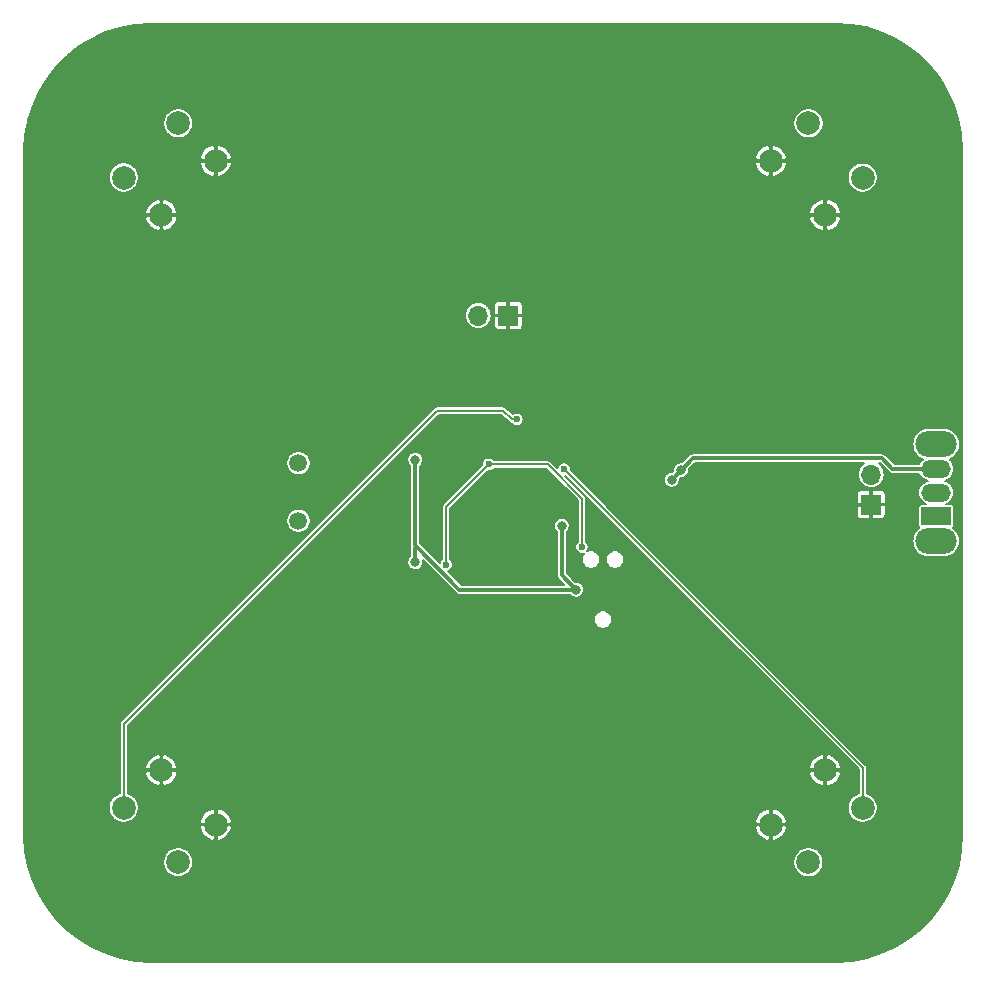
<source format=gbr>
G04 #@! TF.GenerationSoftware,KiCad,Pcbnew,(5.1.4)-1*
G04 #@! TF.CreationDate,2019-10-23T12:43:35-04:00*
G04 #@! TF.ProjectId,RepeatGame,52657065-6174-4476-916d-652e6b696361,A*
G04 #@! TF.SameCoordinates,Original*
G04 #@! TF.FileFunction,Copper,L2,Bot*
G04 #@! TF.FilePolarity,Positive*
%FSLAX46Y46*%
G04 Gerber Fmt 4.6, Leading zero omitted, Abs format (unit mm)*
G04 Created by KiCad (PCBNEW (5.1.4)-1) date 2019-10-23 12:43:35*
%MOMM*%
%LPD*%
G04 APERTURE LIST*
%ADD10O,3.500000X2.200000*%
%ADD11O,2.500000X1.500000*%
%ADD12R,2.500000X1.500000*%
%ADD13C,2.000000*%
%ADD14O,1.700000X1.700000*%
%ADD15R,1.700000X1.700000*%
%ADD16C,1.500000*%
%ADD17C,0.800000*%
%ADD18C,0.600000*%
%ADD19C,0.300000*%
%ADD20C,0.150000*%
G04 APERTURE END LIST*
D10*
X172500000Y-65900000D03*
X172500000Y-74100000D03*
D11*
X172500000Y-68000000D03*
X172500000Y-70000000D03*
D12*
X172500000Y-72000000D03*
D13*
X111496194Y-98096194D03*
X108314214Y-101278175D03*
X106900000Y-93500000D03*
X103718019Y-96681981D03*
X106903806Y-46496194D03*
X103721825Y-43314214D03*
X111500000Y-41900000D03*
X108318019Y-38718019D03*
X158503806Y-41903806D03*
X161685786Y-38721825D03*
X163100000Y-46500000D03*
X166281981Y-43318019D03*
X163096194Y-93503806D03*
X166278175Y-96685786D03*
X158500000Y-98100000D03*
X161681981Y-101281981D03*
D14*
X167000000Y-68460000D03*
D15*
X167000000Y-71000000D03*
D16*
X118500000Y-72380000D03*
X118500000Y-67500000D03*
D14*
X133735000Y-55000000D03*
D15*
X136275000Y-55000000D03*
D17*
X128400000Y-75900000D03*
X128400000Y-67200000D03*
X150100000Y-68900000D03*
X150900000Y-68100000D03*
X140800000Y-72800000D03*
X142000000Y-78200000D03*
X137100000Y-69600000D03*
X132500000Y-71300000D03*
X132000000Y-64000000D03*
X132000000Y-62000000D03*
X137700000Y-75700000D03*
X141700000Y-75600000D03*
X139900000Y-75900000D03*
X129700000Y-74400000D03*
X126700000Y-74900000D03*
X122200000Y-72600000D03*
X149800000Y-72000000D03*
D18*
X131000000Y-76100000D03*
X134600000Y-67600000D03*
X142500000Y-74600000D03*
X141000000Y-68000000D03*
X137000000Y-63800000D03*
D19*
X128400000Y-74662004D02*
X128500001Y-74562003D01*
X128400000Y-75900000D02*
X128400000Y-74662004D01*
X128500001Y-74562003D02*
X128400000Y-74462002D01*
X128400000Y-74462002D02*
X128400000Y-67200000D01*
X151900000Y-67100000D02*
X150100000Y-68900000D01*
X167900000Y-67100000D02*
X151900000Y-67100000D01*
X172500000Y-68000000D02*
X168800000Y-68000000D01*
X168800000Y-68000000D02*
X167900000Y-67100000D01*
X140800000Y-72800000D02*
X140800000Y-77000000D01*
X140800000Y-77000000D02*
X142000000Y-78200000D01*
X132137998Y-78200000D02*
X142000000Y-78200000D01*
X128500001Y-74562003D02*
X132137998Y-78200000D01*
X134200000Y-69600000D02*
X137100000Y-69600000D01*
X132500000Y-71300000D02*
X134200000Y-69600000D01*
X137100000Y-69600000D02*
X138710002Y-69600000D01*
X138710002Y-69600000D02*
X141700000Y-72589998D01*
X141700000Y-72589998D02*
X141700000Y-75600000D01*
X150800000Y-71000000D02*
X150199999Y-71600001D01*
X150199999Y-71600001D02*
X149800000Y-72000000D01*
X167000000Y-71000000D02*
X150800000Y-71000000D01*
D20*
X131000000Y-76100000D02*
X131000000Y-71200000D01*
X131000000Y-71200000D02*
X134600000Y-67600000D01*
X139600000Y-67600000D02*
X134600000Y-67600000D01*
X142500000Y-74600000D02*
X142500000Y-70500000D01*
X142500000Y-70500000D02*
X139600000Y-67600000D01*
X166278175Y-96685786D02*
X166278175Y-93278175D01*
X166278175Y-93278175D02*
X141000000Y-68000000D01*
X136575736Y-63800000D02*
X137000000Y-63800000D01*
X135825736Y-63050000D02*
X136575736Y-63800000D01*
X130250000Y-63050000D02*
X135825736Y-63050000D01*
X103718019Y-96681981D02*
X103718019Y-89581981D01*
X103718019Y-89581981D02*
X130250000Y-63050000D01*
G36*
X165285393Y-30378036D02*
G01*
X166552179Y-30609393D01*
X167781991Y-30991260D01*
X168957017Y-31518106D01*
X170060240Y-32182300D01*
X171075674Y-32974217D01*
X171988621Y-33882396D01*
X172785852Y-34893679D01*
X173455810Y-35993405D01*
X173988804Y-37165663D01*
X174377102Y-38393451D01*
X174615087Y-39658997D01*
X174699875Y-40952622D01*
X174700001Y-41000786D01*
X174700000Y-98990971D01*
X174621964Y-100285393D01*
X174390607Y-101552182D01*
X174008740Y-102781991D01*
X173481896Y-103957014D01*
X172817704Y-105060235D01*
X172025783Y-106075674D01*
X171117600Y-106988624D01*
X170106324Y-107785849D01*
X169006601Y-108455808D01*
X167834337Y-108988804D01*
X166606549Y-109377102D01*
X165341002Y-109615087D01*
X164047378Y-109699875D01*
X163999594Y-109700000D01*
X106009029Y-109700000D01*
X104714607Y-109621964D01*
X103447818Y-109390607D01*
X102218009Y-109008740D01*
X101042986Y-108481896D01*
X99939765Y-107817704D01*
X98924326Y-107025783D01*
X98011376Y-106117600D01*
X97214151Y-105106324D01*
X96544192Y-104006601D01*
X96011196Y-102834337D01*
X95622898Y-101606549D01*
X95537533Y-101152598D01*
X107039214Y-101152598D01*
X107039214Y-101403752D01*
X107088212Y-101650079D01*
X107184324Y-101882114D01*
X107323857Y-102090940D01*
X107501449Y-102268532D01*
X107710275Y-102408065D01*
X107942310Y-102504177D01*
X108188637Y-102553175D01*
X108439791Y-102553175D01*
X108686118Y-102504177D01*
X108918153Y-102408065D01*
X109126979Y-102268532D01*
X109304571Y-102090940D01*
X109444104Y-101882114D01*
X109540216Y-101650079D01*
X109589214Y-101403752D01*
X109589214Y-101156404D01*
X160406981Y-101156404D01*
X160406981Y-101407558D01*
X160455979Y-101653885D01*
X160552091Y-101885920D01*
X160691624Y-102094746D01*
X160869216Y-102272338D01*
X161078042Y-102411871D01*
X161310077Y-102507983D01*
X161556404Y-102556981D01*
X161807558Y-102556981D01*
X162053885Y-102507983D01*
X162285920Y-102411871D01*
X162494746Y-102272338D01*
X162672338Y-102094746D01*
X162811871Y-101885920D01*
X162907983Y-101653885D01*
X162956981Y-101407558D01*
X162956981Y-101156404D01*
X162907983Y-100910077D01*
X162811871Y-100678042D01*
X162672338Y-100469216D01*
X162494746Y-100291624D01*
X162285920Y-100152091D01*
X162053885Y-100055979D01*
X161807558Y-100006981D01*
X161556404Y-100006981D01*
X161310077Y-100055979D01*
X161078042Y-100152091D01*
X160869216Y-100291624D01*
X160691624Y-100469216D01*
X160552091Y-100678042D01*
X160455979Y-100910077D01*
X160406981Y-101156404D01*
X109589214Y-101156404D01*
X109589214Y-101152598D01*
X109540216Y-100906271D01*
X109444104Y-100674236D01*
X109304571Y-100465410D01*
X109126979Y-100287818D01*
X108918153Y-100148285D01*
X108686118Y-100052173D01*
X108439791Y-100003175D01*
X108188637Y-100003175D01*
X107942310Y-100052173D01*
X107710275Y-100148285D01*
X107501449Y-100287818D01*
X107323857Y-100465410D01*
X107184324Y-100674236D01*
X107088212Y-100906271D01*
X107039214Y-101152598D01*
X95537533Y-101152598D01*
X95384913Y-100341002D01*
X95300125Y-99047378D01*
X95300000Y-98999594D01*
X95300000Y-98386090D01*
X110145296Y-98386090D01*
X110227809Y-98644067D01*
X110359065Y-98880989D01*
X110534021Y-99087752D01*
X110745952Y-99256410D01*
X110986715Y-99380482D01*
X111206298Y-99447092D01*
X111421194Y-99381911D01*
X111421194Y-98171194D01*
X111571194Y-98171194D01*
X111571194Y-99381911D01*
X111786090Y-99447092D01*
X112044067Y-99364579D01*
X112280989Y-99233323D01*
X112487752Y-99058367D01*
X112656410Y-98846436D01*
X112780482Y-98605673D01*
X112845937Y-98389896D01*
X157149102Y-98389896D01*
X157231615Y-98647873D01*
X157362871Y-98884795D01*
X157537827Y-99091558D01*
X157749758Y-99260216D01*
X157990521Y-99384288D01*
X158210104Y-99450898D01*
X158425000Y-99385717D01*
X158425000Y-98175000D01*
X158575000Y-98175000D01*
X158575000Y-99385717D01*
X158789896Y-99450898D01*
X159047873Y-99368385D01*
X159284795Y-99237129D01*
X159491558Y-99062173D01*
X159660216Y-98850242D01*
X159784288Y-98609479D01*
X159850898Y-98389896D01*
X159785717Y-98175000D01*
X158575000Y-98175000D01*
X158425000Y-98175000D01*
X157214283Y-98175000D01*
X157149102Y-98389896D01*
X112845937Y-98389896D01*
X112847092Y-98386090D01*
X112781911Y-98171194D01*
X111571194Y-98171194D01*
X111421194Y-98171194D01*
X110210477Y-98171194D01*
X110145296Y-98386090D01*
X95300000Y-98386090D01*
X95300000Y-96556404D01*
X102443019Y-96556404D01*
X102443019Y-96807558D01*
X102492017Y-97053885D01*
X102588129Y-97285920D01*
X102727662Y-97494746D01*
X102905254Y-97672338D01*
X103114080Y-97811871D01*
X103346115Y-97907983D01*
X103592442Y-97956981D01*
X103843596Y-97956981D01*
X104089923Y-97907983D01*
X104321958Y-97811871D01*
X104330298Y-97806298D01*
X110145296Y-97806298D01*
X110210477Y-98021194D01*
X111421194Y-98021194D01*
X111421194Y-96810477D01*
X111571194Y-96810477D01*
X111571194Y-98021194D01*
X112781911Y-98021194D01*
X112845937Y-97810104D01*
X157149102Y-97810104D01*
X157214283Y-98025000D01*
X158425000Y-98025000D01*
X158425000Y-96814283D01*
X158575000Y-96814283D01*
X158575000Y-98025000D01*
X159785717Y-98025000D01*
X159850898Y-97810104D01*
X159768385Y-97552127D01*
X159637129Y-97315205D01*
X159462173Y-97108442D01*
X159250242Y-96939784D01*
X159009479Y-96815712D01*
X158789896Y-96749102D01*
X158575000Y-96814283D01*
X158425000Y-96814283D01*
X158210104Y-96749102D01*
X157952127Y-96831615D01*
X157715205Y-96962871D01*
X157508442Y-97137827D01*
X157339784Y-97349758D01*
X157215712Y-97590521D01*
X157149102Y-97810104D01*
X112845937Y-97810104D01*
X112847092Y-97806298D01*
X112764579Y-97548321D01*
X112633323Y-97311399D01*
X112458367Y-97104636D01*
X112246436Y-96935978D01*
X112005673Y-96811906D01*
X111786090Y-96745296D01*
X111571194Y-96810477D01*
X111421194Y-96810477D01*
X111206298Y-96745296D01*
X110948321Y-96827809D01*
X110711399Y-96959065D01*
X110504636Y-97134021D01*
X110335978Y-97345952D01*
X110211906Y-97586715D01*
X110145296Y-97806298D01*
X104330298Y-97806298D01*
X104530784Y-97672338D01*
X104708376Y-97494746D01*
X104847909Y-97285920D01*
X104944021Y-97053885D01*
X104993019Y-96807558D01*
X104993019Y-96556404D01*
X104944021Y-96310077D01*
X104847909Y-96078042D01*
X104708376Y-95869216D01*
X104530784Y-95691624D01*
X104321958Y-95552091D01*
X104089923Y-95455979D01*
X104068019Y-95451622D01*
X104068019Y-93789896D01*
X105549102Y-93789896D01*
X105631615Y-94047873D01*
X105762871Y-94284795D01*
X105937827Y-94491558D01*
X106149758Y-94660216D01*
X106390521Y-94784288D01*
X106610104Y-94850898D01*
X106825000Y-94785717D01*
X106825000Y-93575000D01*
X106975000Y-93575000D01*
X106975000Y-94785717D01*
X107189896Y-94850898D01*
X107447873Y-94768385D01*
X107684795Y-94637129D01*
X107891558Y-94462173D01*
X108060216Y-94250242D01*
X108184288Y-94009479D01*
X108249743Y-93793702D01*
X161745296Y-93793702D01*
X161827809Y-94051679D01*
X161959065Y-94288601D01*
X162134021Y-94495364D01*
X162345952Y-94664022D01*
X162586715Y-94788094D01*
X162806298Y-94854704D01*
X163021194Y-94789523D01*
X163021194Y-93578806D01*
X163171194Y-93578806D01*
X163171194Y-94789523D01*
X163386090Y-94854704D01*
X163644067Y-94772191D01*
X163880989Y-94640935D01*
X164087752Y-94465979D01*
X164256410Y-94254048D01*
X164380482Y-94013285D01*
X164447092Y-93793702D01*
X164381911Y-93578806D01*
X163171194Y-93578806D01*
X163021194Y-93578806D01*
X161810477Y-93578806D01*
X161745296Y-93793702D01*
X108249743Y-93793702D01*
X108250898Y-93789896D01*
X108185717Y-93575000D01*
X106975000Y-93575000D01*
X106825000Y-93575000D01*
X105614283Y-93575000D01*
X105549102Y-93789896D01*
X104068019Y-93789896D01*
X104068019Y-93210104D01*
X105549102Y-93210104D01*
X105614283Y-93425000D01*
X106825000Y-93425000D01*
X106825000Y-92214283D01*
X106975000Y-92214283D01*
X106975000Y-93425000D01*
X108185717Y-93425000D01*
X108249743Y-93213910D01*
X161745296Y-93213910D01*
X161810477Y-93428806D01*
X163021194Y-93428806D01*
X163021194Y-92218089D01*
X163171194Y-92218089D01*
X163171194Y-93428806D01*
X164381911Y-93428806D01*
X164447092Y-93213910D01*
X164364579Y-92955933D01*
X164233323Y-92719011D01*
X164058367Y-92512248D01*
X163846436Y-92343590D01*
X163605673Y-92219518D01*
X163386090Y-92152908D01*
X163171194Y-92218089D01*
X163021194Y-92218089D01*
X162806298Y-92152908D01*
X162548321Y-92235421D01*
X162311399Y-92366677D01*
X162104636Y-92541633D01*
X161935978Y-92753564D01*
X161811906Y-92994327D01*
X161745296Y-93213910D01*
X108249743Y-93213910D01*
X108250898Y-93210104D01*
X108168385Y-92952127D01*
X108037129Y-92715205D01*
X107862173Y-92508442D01*
X107650242Y-92339784D01*
X107409479Y-92215712D01*
X107189896Y-92149102D01*
X106975000Y-92214283D01*
X106825000Y-92214283D01*
X106610104Y-92149102D01*
X106352127Y-92231615D01*
X106115205Y-92362871D01*
X105908442Y-92537827D01*
X105739784Y-92749758D01*
X105615712Y-92990521D01*
X105549102Y-93210104D01*
X104068019Y-93210104D01*
X104068019Y-89726954D01*
X113130841Y-80664132D01*
X143529700Y-80664132D01*
X143529700Y-80815868D01*
X143559302Y-80964688D01*
X143617369Y-81104874D01*
X143701669Y-81231038D01*
X143808962Y-81338331D01*
X143935126Y-81422631D01*
X144075312Y-81480698D01*
X144224132Y-81510300D01*
X144375868Y-81510300D01*
X144524688Y-81480698D01*
X144664874Y-81422631D01*
X144791038Y-81338331D01*
X144898331Y-81231038D01*
X144982631Y-81104874D01*
X145040698Y-80964688D01*
X145070300Y-80815868D01*
X145070300Y-80664132D01*
X145040698Y-80515312D01*
X144982631Y-80375126D01*
X144898331Y-80248962D01*
X144791038Y-80141669D01*
X144664874Y-80057369D01*
X144524688Y-79999302D01*
X144375868Y-79969700D01*
X144224132Y-79969700D01*
X144075312Y-79999302D01*
X143935126Y-80057369D01*
X143808962Y-80141669D01*
X143701669Y-80248962D01*
X143617369Y-80375126D01*
X143559302Y-80515312D01*
X143529700Y-80664132D01*
X113130841Y-80664132D01*
X126661456Y-67133518D01*
X127725000Y-67133518D01*
X127725000Y-67266482D01*
X127750940Y-67396890D01*
X127801823Y-67519732D01*
X127875693Y-67630287D01*
X127969713Y-67724307D01*
X127975001Y-67727840D01*
X127975000Y-74441135D01*
X127972945Y-74462002D01*
X127975000Y-74482869D01*
X127975000Y-74482875D01*
X127981150Y-74545315D01*
X127986212Y-74562003D01*
X127981150Y-74578690D01*
X127972945Y-74662004D01*
X127975001Y-74682880D01*
X127975000Y-75372160D01*
X127969713Y-75375693D01*
X127875693Y-75469713D01*
X127801823Y-75580268D01*
X127750940Y-75703110D01*
X127725000Y-75833518D01*
X127725000Y-75966482D01*
X127750940Y-76096890D01*
X127801823Y-76219732D01*
X127875693Y-76330287D01*
X127969713Y-76424307D01*
X128080268Y-76498177D01*
X128203110Y-76549060D01*
X128333518Y-76575000D01*
X128466482Y-76575000D01*
X128596890Y-76549060D01*
X128719732Y-76498177D01*
X128830287Y-76424307D01*
X128924307Y-76330287D01*
X128998177Y-76219732D01*
X129049060Y-76096890D01*
X129075000Y-75966482D01*
X129075000Y-75833518D01*
X129051293Y-75714335D01*
X131822719Y-78485762D01*
X131836024Y-78501974D01*
X131900738Y-78555084D01*
X131948853Y-78580801D01*
X131974570Y-78594548D01*
X132054684Y-78618850D01*
X132117124Y-78625000D01*
X132117131Y-78625000D01*
X132137998Y-78627055D01*
X132158865Y-78625000D01*
X141472160Y-78625000D01*
X141475693Y-78630287D01*
X141569713Y-78724307D01*
X141680268Y-78798177D01*
X141803110Y-78849060D01*
X141933518Y-78875000D01*
X142066482Y-78875000D01*
X142196890Y-78849060D01*
X142319732Y-78798177D01*
X142430287Y-78724307D01*
X142524307Y-78630287D01*
X142598177Y-78519732D01*
X142649060Y-78396890D01*
X142675000Y-78266482D01*
X142675000Y-78133518D01*
X142649060Y-78003110D01*
X142598177Y-77880268D01*
X142524307Y-77769713D01*
X142430287Y-77675693D01*
X142319732Y-77601823D01*
X142196890Y-77550940D01*
X142066482Y-77525000D01*
X141933518Y-77525000D01*
X141927281Y-77526241D01*
X141225000Y-76823960D01*
X141225000Y-73327840D01*
X141230287Y-73324307D01*
X141324307Y-73230287D01*
X141398177Y-73119732D01*
X141449060Y-72996890D01*
X141475000Y-72866482D01*
X141475000Y-72733518D01*
X141449060Y-72603110D01*
X141398177Y-72480268D01*
X141324307Y-72369713D01*
X141230287Y-72275693D01*
X141119732Y-72201823D01*
X140996890Y-72150940D01*
X140866482Y-72125000D01*
X140733518Y-72125000D01*
X140603110Y-72150940D01*
X140480268Y-72201823D01*
X140369713Y-72275693D01*
X140275693Y-72369713D01*
X140201823Y-72480268D01*
X140150940Y-72603110D01*
X140125000Y-72733518D01*
X140125000Y-72866482D01*
X140150940Y-72996890D01*
X140201823Y-73119732D01*
X140275693Y-73230287D01*
X140369713Y-73324307D01*
X140375000Y-73327840D01*
X140375001Y-76979123D01*
X140372945Y-77000000D01*
X140381150Y-77083314D01*
X140405453Y-77163427D01*
X140444917Y-77237260D01*
X140498027Y-77301974D01*
X140514239Y-77315279D01*
X140973960Y-77775000D01*
X132314039Y-77775000D01*
X131184848Y-76645809D01*
X131272365Y-76609558D01*
X131366541Y-76546632D01*
X131446632Y-76466541D01*
X131509558Y-76372365D01*
X131552903Y-76267721D01*
X131575000Y-76156633D01*
X131575000Y-76043367D01*
X131552903Y-75932279D01*
X131509558Y-75827635D01*
X131446632Y-75733459D01*
X131366541Y-75653368D01*
X131350000Y-75642316D01*
X131350000Y-71344973D01*
X134523855Y-68171119D01*
X134543367Y-68175000D01*
X134656633Y-68175000D01*
X134767721Y-68152903D01*
X134872365Y-68109558D01*
X134966541Y-68046632D01*
X135046632Y-67966541D01*
X135057684Y-67950000D01*
X139455027Y-67950000D01*
X142150001Y-70644976D01*
X142150000Y-74142316D01*
X142133459Y-74153368D01*
X142053368Y-74233459D01*
X141990442Y-74327635D01*
X141947097Y-74432279D01*
X141925000Y-74543367D01*
X141925000Y-74656633D01*
X141947097Y-74767721D01*
X141990442Y-74872365D01*
X142053368Y-74966541D01*
X142133459Y-75046632D01*
X142227635Y-75109558D01*
X142332279Y-75152903D01*
X142443367Y-75175000D01*
X142556633Y-75175000D01*
X142667721Y-75152903D01*
X142725775Y-75128856D01*
X142685669Y-75168962D01*
X142601369Y-75295126D01*
X142543302Y-75435312D01*
X142513700Y-75584132D01*
X142513700Y-75735868D01*
X142543302Y-75884688D01*
X142601369Y-76024874D01*
X142685669Y-76151038D01*
X142792962Y-76258331D01*
X142919126Y-76342631D01*
X143059312Y-76400698D01*
X143208132Y-76430300D01*
X143359868Y-76430300D01*
X143508688Y-76400698D01*
X143648874Y-76342631D01*
X143775038Y-76258331D01*
X143882331Y-76151038D01*
X143966631Y-76024874D01*
X144024698Y-75884688D01*
X144054300Y-75735868D01*
X144054300Y-75584132D01*
X144545700Y-75584132D01*
X144545700Y-75735868D01*
X144575302Y-75884688D01*
X144633369Y-76024874D01*
X144717669Y-76151038D01*
X144824962Y-76258331D01*
X144951126Y-76342631D01*
X145091312Y-76400698D01*
X145240132Y-76430300D01*
X145391868Y-76430300D01*
X145540688Y-76400698D01*
X145680874Y-76342631D01*
X145807038Y-76258331D01*
X145914331Y-76151038D01*
X145998631Y-76024874D01*
X146056698Y-75884688D01*
X146086300Y-75735868D01*
X146086300Y-75584132D01*
X146056698Y-75435312D01*
X145998631Y-75295126D01*
X145914331Y-75168962D01*
X145807038Y-75061669D01*
X145680874Y-74977369D01*
X145540688Y-74919302D01*
X145391868Y-74889700D01*
X145240132Y-74889700D01*
X145091312Y-74919302D01*
X144951126Y-74977369D01*
X144824962Y-75061669D01*
X144717669Y-75168962D01*
X144633369Y-75295126D01*
X144575302Y-75435312D01*
X144545700Y-75584132D01*
X144054300Y-75584132D01*
X144024698Y-75435312D01*
X143966631Y-75295126D01*
X143882331Y-75168962D01*
X143775038Y-75061669D01*
X143648874Y-74977369D01*
X143508688Y-74919302D01*
X143359868Y-74889700D01*
X143208132Y-74889700D01*
X143059312Y-74919302D01*
X142947154Y-74965759D01*
X143009558Y-74872365D01*
X143052903Y-74767721D01*
X143075000Y-74656633D01*
X143075000Y-74543367D01*
X143052903Y-74432279D01*
X143009558Y-74327635D01*
X142946632Y-74233459D01*
X142866541Y-74153368D01*
X142850000Y-74142316D01*
X142850000Y-70517185D01*
X142851693Y-70499999D01*
X142850000Y-70482811D01*
X142844935Y-70431388D01*
X142824922Y-70365413D01*
X142792422Y-70304610D01*
X142748685Y-70251315D01*
X142735330Y-70240356D01*
X141067760Y-68572787D01*
X141076146Y-68571119D01*
X165928176Y-93423150D01*
X165928175Y-95455427D01*
X165906271Y-95459784D01*
X165674236Y-95555896D01*
X165465410Y-95695429D01*
X165287818Y-95873021D01*
X165148285Y-96081847D01*
X165052173Y-96313882D01*
X165003175Y-96560209D01*
X165003175Y-96811363D01*
X165052173Y-97057690D01*
X165148285Y-97289725D01*
X165287818Y-97498551D01*
X165465410Y-97676143D01*
X165674236Y-97815676D01*
X165906271Y-97911788D01*
X166152598Y-97960786D01*
X166403752Y-97960786D01*
X166650079Y-97911788D01*
X166882114Y-97815676D01*
X167090940Y-97676143D01*
X167268532Y-97498551D01*
X167408065Y-97289725D01*
X167504177Y-97057690D01*
X167553175Y-96811363D01*
X167553175Y-96560209D01*
X167504177Y-96313882D01*
X167408065Y-96081847D01*
X167268532Y-95873021D01*
X167090940Y-95695429D01*
X166882114Y-95555896D01*
X166650079Y-95459784D01*
X166628175Y-95455427D01*
X166628175Y-93295364D01*
X166629868Y-93278175D01*
X166623110Y-93209563D01*
X166603097Y-93143588D01*
X166570597Y-93082785D01*
X166526860Y-93029490D01*
X166513500Y-93018526D01*
X145344974Y-71850000D01*
X165773186Y-71850000D01*
X165780426Y-71923513D01*
X165801869Y-71994200D01*
X165836691Y-72059347D01*
X165883552Y-72116448D01*
X165940653Y-72163309D01*
X166005800Y-72198131D01*
X166076487Y-72219574D01*
X166150000Y-72226814D01*
X166831250Y-72225000D01*
X166925000Y-72131250D01*
X166925000Y-71075000D01*
X167075000Y-71075000D01*
X167075000Y-72131250D01*
X167168750Y-72225000D01*
X167850000Y-72226814D01*
X167923513Y-72219574D01*
X167994200Y-72198131D01*
X168059347Y-72163309D01*
X168116448Y-72116448D01*
X168163309Y-72059347D01*
X168198131Y-71994200D01*
X168219574Y-71923513D01*
X168226814Y-71850000D01*
X168225000Y-71168750D01*
X168131250Y-71075000D01*
X167075000Y-71075000D01*
X166925000Y-71075000D01*
X165868750Y-71075000D01*
X165775000Y-71168750D01*
X165773186Y-71850000D01*
X145344974Y-71850000D01*
X143644974Y-70150000D01*
X165773186Y-70150000D01*
X165775000Y-70831250D01*
X165868750Y-70925000D01*
X166925000Y-70925000D01*
X166925000Y-69868750D01*
X167075000Y-69868750D01*
X167075000Y-70925000D01*
X168131250Y-70925000D01*
X168225000Y-70831250D01*
X168226814Y-70150000D01*
X168219574Y-70076487D01*
X168198131Y-70005800D01*
X168163309Y-69940653D01*
X168116448Y-69883552D01*
X168059347Y-69836691D01*
X167994200Y-69801869D01*
X167923513Y-69780426D01*
X167850000Y-69773186D01*
X167168750Y-69775000D01*
X167075000Y-69868750D01*
X166925000Y-69868750D01*
X166831250Y-69775000D01*
X166150000Y-69773186D01*
X166076487Y-69780426D01*
X166005800Y-69801869D01*
X165940653Y-69836691D01*
X165883552Y-69883552D01*
X165836691Y-69940653D01*
X165801869Y-70005800D01*
X165780426Y-70076487D01*
X165773186Y-70150000D01*
X143644974Y-70150000D01*
X142328492Y-68833518D01*
X149425000Y-68833518D01*
X149425000Y-68966482D01*
X149450940Y-69096890D01*
X149501823Y-69219732D01*
X149575693Y-69330287D01*
X149669713Y-69424307D01*
X149780268Y-69498177D01*
X149903110Y-69549060D01*
X150033518Y-69575000D01*
X150166482Y-69575000D01*
X150296890Y-69549060D01*
X150419732Y-69498177D01*
X150530287Y-69424307D01*
X150624307Y-69330287D01*
X150698177Y-69219732D01*
X150749060Y-69096890D01*
X150775000Y-68966482D01*
X150775000Y-68833518D01*
X150773759Y-68827281D01*
X150827281Y-68773759D01*
X150833518Y-68775000D01*
X150966482Y-68775000D01*
X151096890Y-68749060D01*
X151219732Y-68698177D01*
X151330287Y-68624307D01*
X151424307Y-68530287D01*
X151498177Y-68419732D01*
X151549060Y-68296890D01*
X151575000Y-68166482D01*
X151575000Y-68033518D01*
X151573759Y-68027281D01*
X152076041Y-67525000D01*
X166365954Y-67525000D01*
X166200656Y-67660656D01*
X166060071Y-67831960D01*
X165955607Y-68027398D01*
X165891278Y-68239462D01*
X165869557Y-68460000D01*
X165891278Y-68680538D01*
X165955607Y-68892602D01*
X166060071Y-69088040D01*
X166200656Y-69259344D01*
X166371960Y-69399929D01*
X166567398Y-69504393D01*
X166779462Y-69568722D01*
X166944736Y-69585000D01*
X167055264Y-69585000D01*
X167220538Y-69568722D01*
X167432602Y-69504393D01*
X167628040Y-69399929D01*
X167799344Y-69259344D01*
X167939929Y-69088040D01*
X168044393Y-68892602D01*
X168108722Y-68680538D01*
X168130443Y-68460000D01*
X168108722Y-68239462D01*
X168044393Y-68027398D01*
X167939929Y-67831960D01*
X167799344Y-67660656D01*
X167634046Y-67525000D01*
X167723960Y-67525000D01*
X168484721Y-68285762D01*
X168498026Y-68301974D01*
X168562740Y-68355084D01*
X168636573Y-68394548D01*
X168692383Y-68411478D01*
X168716685Y-68418850D01*
X168725098Y-68419679D01*
X168779126Y-68425000D01*
X168779132Y-68425000D01*
X168799999Y-68427055D01*
X168820866Y-68425000D01*
X171064933Y-68425000D01*
X171143620Y-68572215D01*
X171271709Y-68728291D01*
X171427785Y-68856380D01*
X171605852Y-68951558D01*
X171765543Y-69000000D01*
X171605852Y-69048442D01*
X171427785Y-69143620D01*
X171271709Y-69271709D01*
X171143620Y-69427785D01*
X171048442Y-69605852D01*
X170989831Y-69799065D01*
X170970041Y-70000000D01*
X170989831Y-70200935D01*
X171048442Y-70394148D01*
X171143620Y-70572215D01*
X171271709Y-70728291D01*
X171427785Y-70856380D01*
X171605852Y-70951558D01*
X171678745Y-70973670D01*
X171250000Y-70973670D01*
X171196091Y-70978980D01*
X171144253Y-70994704D01*
X171096479Y-71020240D01*
X171054605Y-71054605D01*
X171020240Y-71096479D01*
X170994704Y-71144253D01*
X170978980Y-71196091D01*
X170973670Y-71250000D01*
X170973670Y-72750000D01*
X170978980Y-72803909D01*
X170994704Y-72855747D01*
X171020240Y-72903521D01*
X171054605Y-72945395D01*
X171072036Y-72959700D01*
X170873024Y-73123024D01*
X170701198Y-73332395D01*
X170573519Y-73571264D01*
X170494895Y-73830453D01*
X170468347Y-74100000D01*
X170494895Y-74369547D01*
X170573519Y-74628736D01*
X170701198Y-74867605D01*
X170873024Y-75076976D01*
X171082395Y-75248802D01*
X171321264Y-75376481D01*
X171580453Y-75455105D01*
X171782451Y-75475000D01*
X173217549Y-75475000D01*
X173419547Y-75455105D01*
X173678736Y-75376481D01*
X173917605Y-75248802D01*
X174126976Y-75076976D01*
X174298802Y-74867605D01*
X174426481Y-74628736D01*
X174505105Y-74369547D01*
X174531653Y-74100000D01*
X174505105Y-73830453D01*
X174426481Y-73571264D01*
X174298802Y-73332395D01*
X174126976Y-73123024D01*
X173927964Y-72959700D01*
X173945395Y-72945395D01*
X173979760Y-72903521D01*
X174005296Y-72855747D01*
X174021020Y-72803909D01*
X174026330Y-72750000D01*
X174026330Y-71250000D01*
X174021020Y-71196091D01*
X174005296Y-71144253D01*
X173979760Y-71096479D01*
X173945395Y-71054605D01*
X173903521Y-71020240D01*
X173855747Y-70994704D01*
X173803909Y-70978980D01*
X173750000Y-70973670D01*
X173321255Y-70973670D01*
X173394148Y-70951558D01*
X173572215Y-70856380D01*
X173728291Y-70728291D01*
X173856380Y-70572215D01*
X173951558Y-70394148D01*
X174010169Y-70200935D01*
X174029959Y-70000000D01*
X174010169Y-69799065D01*
X173951558Y-69605852D01*
X173856380Y-69427785D01*
X173728291Y-69271709D01*
X173572215Y-69143620D01*
X173394148Y-69048442D01*
X173234457Y-69000000D01*
X173394148Y-68951558D01*
X173572215Y-68856380D01*
X173728291Y-68728291D01*
X173856380Y-68572215D01*
X173951558Y-68394148D01*
X174010169Y-68200935D01*
X174029959Y-68000000D01*
X174010169Y-67799065D01*
X173951558Y-67605852D01*
X173856380Y-67427785D01*
X173728291Y-67271709D01*
X173630197Y-67191205D01*
X173678736Y-67176481D01*
X173917605Y-67048802D01*
X174126976Y-66876976D01*
X174298802Y-66667605D01*
X174426481Y-66428736D01*
X174505105Y-66169547D01*
X174531653Y-65900000D01*
X174505105Y-65630453D01*
X174426481Y-65371264D01*
X174298802Y-65132395D01*
X174126976Y-64923024D01*
X173917605Y-64751198D01*
X173678736Y-64623519D01*
X173419547Y-64544895D01*
X173217549Y-64525000D01*
X171782451Y-64525000D01*
X171580453Y-64544895D01*
X171321264Y-64623519D01*
X171082395Y-64751198D01*
X170873024Y-64923024D01*
X170701198Y-65132395D01*
X170573519Y-65371264D01*
X170494895Y-65630453D01*
X170468347Y-65900000D01*
X170494895Y-66169547D01*
X170573519Y-66428736D01*
X170701198Y-66667605D01*
X170873024Y-66876976D01*
X171082395Y-67048802D01*
X171321264Y-67176481D01*
X171369803Y-67191205D01*
X171271709Y-67271709D01*
X171143620Y-67427785D01*
X171064933Y-67575000D01*
X168976041Y-67575000D01*
X168215283Y-66814243D01*
X168201974Y-66798026D01*
X168137260Y-66744916D01*
X168063427Y-66705452D01*
X167983314Y-66681150D01*
X167920874Y-66675000D01*
X167920867Y-66675000D01*
X167900000Y-66672945D01*
X167879133Y-66675000D01*
X151920866Y-66675000D01*
X151899999Y-66672945D01*
X151879132Y-66675000D01*
X151879126Y-66675000D01*
X151825098Y-66680321D01*
X151816685Y-66681150D01*
X151792383Y-66688522D01*
X151736573Y-66705452D01*
X151662740Y-66744916D01*
X151598026Y-66798026D01*
X151584721Y-66814238D01*
X150972719Y-67426241D01*
X150966482Y-67425000D01*
X150833518Y-67425000D01*
X150703110Y-67450940D01*
X150580268Y-67501823D01*
X150469713Y-67575693D01*
X150375693Y-67669713D01*
X150301823Y-67780268D01*
X150250940Y-67903110D01*
X150225000Y-68033518D01*
X150225000Y-68166482D01*
X150226241Y-68172719D01*
X150172719Y-68226241D01*
X150166482Y-68225000D01*
X150033518Y-68225000D01*
X149903110Y-68250940D01*
X149780268Y-68301823D01*
X149669713Y-68375693D01*
X149575693Y-68469713D01*
X149501823Y-68580268D01*
X149450940Y-68703110D01*
X149425000Y-68833518D01*
X142328492Y-68833518D01*
X141571119Y-68076146D01*
X141575000Y-68056633D01*
X141575000Y-67943367D01*
X141552903Y-67832279D01*
X141509558Y-67727635D01*
X141446632Y-67633459D01*
X141366541Y-67553368D01*
X141272365Y-67490442D01*
X141167721Y-67447097D01*
X141056633Y-67425000D01*
X140943367Y-67425000D01*
X140832279Y-67447097D01*
X140727635Y-67490442D01*
X140633459Y-67553368D01*
X140553368Y-67633459D01*
X140490442Y-67727635D01*
X140447097Y-67832279D01*
X140427213Y-67932240D01*
X139859653Y-67364680D01*
X139848685Y-67351315D01*
X139795390Y-67307578D01*
X139734587Y-67275078D01*
X139668612Y-67255065D01*
X139617189Y-67250000D01*
X139617188Y-67250000D01*
X139600000Y-67248307D01*
X139582812Y-67250000D01*
X135057684Y-67250000D01*
X135046632Y-67233459D01*
X134966541Y-67153368D01*
X134872365Y-67090442D01*
X134767721Y-67047097D01*
X134656633Y-67025000D01*
X134543367Y-67025000D01*
X134432279Y-67047097D01*
X134327635Y-67090442D01*
X134233459Y-67153368D01*
X134153368Y-67233459D01*
X134090442Y-67327635D01*
X134047097Y-67432279D01*
X134025000Y-67543367D01*
X134025000Y-67656633D01*
X134028881Y-67676145D01*
X130764676Y-70940351D01*
X130751316Y-70951315D01*
X130707579Y-71004610D01*
X130680856Y-71054605D01*
X130675079Y-71065413D01*
X130655065Y-71131389D01*
X130648307Y-71200000D01*
X130650001Y-71217198D01*
X130650000Y-75642316D01*
X130633459Y-75653368D01*
X130553368Y-75733459D01*
X130490442Y-75827635D01*
X130454191Y-75915153D01*
X128825000Y-74285962D01*
X128825000Y-67727840D01*
X128830287Y-67724307D01*
X128924307Y-67630287D01*
X128998177Y-67519732D01*
X129049060Y-67396890D01*
X129075000Y-67266482D01*
X129075000Y-67133518D01*
X129049060Y-67003110D01*
X128998177Y-66880268D01*
X128924307Y-66769713D01*
X128830287Y-66675693D01*
X128719732Y-66601823D01*
X128596890Y-66550940D01*
X128466482Y-66525000D01*
X128333518Y-66525000D01*
X128203110Y-66550940D01*
X128080268Y-66601823D01*
X127969713Y-66675693D01*
X127875693Y-66769713D01*
X127801823Y-66880268D01*
X127750940Y-67003110D01*
X127725000Y-67133518D01*
X126661456Y-67133518D01*
X130394975Y-63400000D01*
X135680763Y-63400000D01*
X136316091Y-64035330D01*
X136327051Y-64048685D01*
X136380346Y-64092422D01*
X136441149Y-64124922D01*
X136487110Y-64138864D01*
X136507123Y-64144935D01*
X136541172Y-64148289D01*
X136553368Y-64166541D01*
X136633459Y-64246632D01*
X136727635Y-64309558D01*
X136832279Y-64352903D01*
X136943367Y-64375000D01*
X137056633Y-64375000D01*
X137167721Y-64352903D01*
X137272365Y-64309558D01*
X137366541Y-64246632D01*
X137446632Y-64166541D01*
X137509558Y-64072365D01*
X137552903Y-63967721D01*
X137575000Y-63856633D01*
X137575000Y-63743367D01*
X137552903Y-63632279D01*
X137509558Y-63527635D01*
X137446632Y-63433459D01*
X137366541Y-63353368D01*
X137272365Y-63290442D01*
X137167721Y-63247097D01*
X137056633Y-63225000D01*
X136943367Y-63225000D01*
X136832279Y-63247097D01*
X136727635Y-63290442D01*
X136633459Y-63353368D01*
X136628769Y-63358058D01*
X136085389Y-62814680D01*
X136074421Y-62801315D01*
X136021126Y-62757578D01*
X135960323Y-62725078D01*
X135894348Y-62705065D01*
X135842925Y-62700000D01*
X135842924Y-62700000D01*
X135825736Y-62698307D01*
X135808548Y-62700000D01*
X130267185Y-62700000D01*
X130249999Y-62698307D01*
X130232813Y-62700000D01*
X130232811Y-62700000D01*
X130181388Y-62705065D01*
X130115413Y-62725078D01*
X130054610Y-62757578D01*
X130001315Y-62801315D01*
X129990356Y-62814669D01*
X103482695Y-89322332D01*
X103469335Y-89333296D01*
X103425598Y-89386591D01*
X103393098Y-89447394D01*
X103373084Y-89513370D01*
X103366326Y-89581981D01*
X103368020Y-89599179D01*
X103368019Y-95451622D01*
X103346115Y-95455979D01*
X103114080Y-95552091D01*
X102905254Y-95691624D01*
X102727662Y-95869216D01*
X102588129Y-96078042D01*
X102492017Y-96310077D01*
X102443019Y-96556404D01*
X95300000Y-96556404D01*
X95300000Y-72279046D01*
X117475000Y-72279046D01*
X117475000Y-72480954D01*
X117514390Y-72678982D01*
X117591656Y-72865520D01*
X117703830Y-73033400D01*
X117846600Y-73176170D01*
X118014480Y-73288344D01*
X118201018Y-73365610D01*
X118399046Y-73405000D01*
X118600954Y-73405000D01*
X118798982Y-73365610D01*
X118985520Y-73288344D01*
X119153400Y-73176170D01*
X119296170Y-73033400D01*
X119408344Y-72865520D01*
X119485610Y-72678982D01*
X119525000Y-72480954D01*
X119525000Y-72279046D01*
X119485610Y-72081018D01*
X119408344Y-71894480D01*
X119296170Y-71726600D01*
X119153400Y-71583830D01*
X118985520Y-71471656D01*
X118798982Y-71394390D01*
X118600954Y-71355000D01*
X118399046Y-71355000D01*
X118201018Y-71394390D01*
X118014480Y-71471656D01*
X117846600Y-71583830D01*
X117703830Y-71726600D01*
X117591656Y-71894480D01*
X117514390Y-72081018D01*
X117475000Y-72279046D01*
X95300000Y-72279046D01*
X95300000Y-67399046D01*
X117475000Y-67399046D01*
X117475000Y-67600954D01*
X117514390Y-67798982D01*
X117591656Y-67985520D01*
X117703830Y-68153400D01*
X117846600Y-68296170D01*
X118014480Y-68408344D01*
X118201018Y-68485610D01*
X118399046Y-68525000D01*
X118600954Y-68525000D01*
X118798982Y-68485610D01*
X118985520Y-68408344D01*
X119153400Y-68296170D01*
X119296170Y-68153400D01*
X119408344Y-67985520D01*
X119485610Y-67798982D01*
X119525000Y-67600954D01*
X119525000Y-67399046D01*
X119485610Y-67201018D01*
X119408344Y-67014480D01*
X119296170Y-66846600D01*
X119153400Y-66703830D01*
X118985520Y-66591656D01*
X118798982Y-66514390D01*
X118600954Y-66475000D01*
X118399046Y-66475000D01*
X118201018Y-66514390D01*
X118014480Y-66591656D01*
X117846600Y-66703830D01*
X117703830Y-66846600D01*
X117591656Y-67014480D01*
X117514390Y-67201018D01*
X117475000Y-67399046D01*
X95300000Y-67399046D01*
X95300000Y-55000000D01*
X132604557Y-55000000D01*
X132626278Y-55220538D01*
X132690607Y-55432602D01*
X132795071Y-55628040D01*
X132935656Y-55799344D01*
X133106960Y-55939929D01*
X133302398Y-56044393D01*
X133514462Y-56108722D01*
X133679736Y-56125000D01*
X133790264Y-56125000D01*
X133955538Y-56108722D01*
X134167602Y-56044393D01*
X134363040Y-55939929D01*
X134472619Y-55850000D01*
X135048186Y-55850000D01*
X135055426Y-55923513D01*
X135076869Y-55994200D01*
X135111691Y-56059347D01*
X135158552Y-56116448D01*
X135215653Y-56163309D01*
X135280800Y-56198131D01*
X135351487Y-56219574D01*
X135425000Y-56226814D01*
X136106250Y-56225000D01*
X136200000Y-56131250D01*
X136200000Y-55075000D01*
X136350000Y-55075000D01*
X136350000Y-56131250D01*
X136443750Y-56225000D01*
X137125000Y-56226814D01*
X137198513Y-56219574D01*
X137269200Y-56198131D01*
X137334347Y-56163309D01*
X137391448Y-56116448D01*
X137438309Y-56059347D01*
X137473131Y-55994200D01*
X137494574Y-55923513D01*
X137501814Y-55850000D01*
X137500000Y-55168750D01*
X137406250Y-55075000D01*
X136350000Y-55075000D01*
X136200000Y-55075000D01*
X135143750Y-55075000D01*
X135050000Y-55168750D01*
X135048186Y-55850000D01*
X134472619Y-55850000D01*
X134534344Y-55799344D01*
X134674929Y-55628040D01*
X134779393Y-55432602D01*
X134843722Y-55220538D01*
X134865443Y-55000000D01*
X134843722Y-54779462D01*
X134779393Y-54567398D01*
X134674929Y-54371960D01*
X134534344Y-54200656D01*
X134472620Y-54150000D01*
X135048186Y-54150000D01*
X135050000Y-54831250D01*
X135143750Y-54925000D01*
X136200000Y-54925000D01*
X136200000Y-53868750D01*
X136350000Y-53868750D01*
X136350000Y-54925000D01*
X137406250Y-54925000D01*
X137500000Y-54831250D01*
X137501814Y-54150000D01*
X137494574Y-54076487D01*
X137473131Y-54005800D01*
X137438309Y-53940653D01*
X137391448Y-53883552D01*
X137334347Y-53836691D01*
X137269200Y-53801869D01*
X137198513Y-53780426D01*
X137125000Y-53773186D01*
X136443750Y-53775000D01*
X136350000Y-53868750D01*
X136200000Y-53868750D01*
X136106250Y-53775000D01*
X135425000Y-53773186D01*
X135351487Y-53780426D01*
X135280800Y-53801869D01*
X135215653Y-53836691D01*
X135158552Y-53883552D01*
X135111691Y-53940653D01*
X135076869Y-54005800D01*
X135055426Y-54076487D01*
X135048186Y-54150000D01*
X134472620Y-54150000D01*
X134363040Y-54060071D01*
X134167602Y-53955607D01*
X133955538Y-53891278D01*
X133790264Y-53875000D01*
X133679736Y-53875000D01*
X133514462Y-53891278D01*
X133302398Y-53955607D01*
X133106960Y-54060071D01*
X132935656Y-54200656D01*
X132795071Y-54371960D01*
X132690607Y-54567398D01*
X132626278Y-54779462D01*
X132604557Y-55000000D01*
X95300000Y-55000000D01*
X95300000Y-46786090D01*
X105552908Y-46786090D01*
X105635421Y-47044067D01*
X105766677Y-47280989D01*
X105941633Y-47487752D01*
X106153564Y-47656410D01*
X106394327Y-47780482D01*
X106613910Y-47847092D01*
X106828806Y-47781911D01*
X106828806Y-46571194D01*
X106978806Y-46571194D01*
X106978806Y-47781911D01*
X107193702Y-47847092D01*
X107451679Y-47764579D01*
X107688601Y-47633323D01*
X107895364Y-47458367D01*
X108064022Y-47246436D01*
X108188094Y-47005673D01*
X108253549Y-46789896D01*
X161749102Y-46789896D01*
X161831615Y-47047873D01*
X161962871Y-47284795D01*
X162137827Y-47491558D01*
X162349758Y-47660216D01*
X162590521Y-47784288D01*
X162810104Y-47850898D01*
X163025000Y-47785717D01*
X163025000Y-46575000D01*
X163175000Y-46575000D01*
X163175000Y-47785717D01*
X163389896Y-47850898D01*
X163647873Y-47768385D01*
X163884795Y-47637129D01*
X164091558Y-47462173D01*
X164260216Y-47250242D01*
X164384288Y-47009479D01*
X164450898Y-46789896D01*
X164385717Y-46575000D01*
X163175000Y-46575000D01*
X163025000Y-46575000D01*
X161814283Y-46575000D01*
X161749102Y-46789896D01*
X108253549Y-46789896D01*
X108254704Y-46786090D01*
X108189523Y-46571194D01*
X106978806Y-46571194D01*
X106828806Y-46571194D01*
X105618089Y-46571194D01*
X105552908Y-46786090D01*
X95300000Y-46786090D01*
X95300000Y-46206298D01*
X105552908Y-46206298D01*
X105618089Y-46421194D01*
X106828806Y-46421194D01*
X106828806Y-45210477D01*
X106978806Y-45210477D01*
X106978806Y-46421194D01*
X108189523Y-46421194D01*
X108253549Y-46210104D01*
X161749102Y-46210104D01*
X161814283Y-46425000D01*
X163025000Y-46425000D01*
X163025000Y-45214283D01*
X163175000Y-45214283D01*
X163175000Y-46425000D01*
X164385717Y-46425000D01*
X164450898Y-46210104D01*
X164368385Y-45952127D01*
X164237129Y-45715205D01*
X164062173Y-45508442D01*
X163850242Y-45339784D01*
X163609479Y-45215712D01*
X163389896Y-45149102D01*
X163175000Y-45214283D01*
X163025000Y-45214283D01*
X162810104Y-45149102D01*
X162552127Y-45231615D01*
X162315205Y-45362871D01*
X162108442Y-45537827D01*
X161939784Y-45749758D01*
X161815712Y-45990521D01*
X161749102Y-46210104D01*
X108253549Y-46210104D01*
X108254704Y-46206298D01*
X108172191Y-45948321D01*
X108040935Y-45711399D01*
X107865979Y-45504636D01*
X107654048Y-45335978D01*
X107413285Y-45211906D01*
X107193702Y-45145296D01*
X106978806Y-45210477D01*
X106828806Y-45210477D01*
X106613910Y-45145296D01*
X106355933Y-45227809D01*
X106119011Y-45359065D01*
X105912248Y-45534021D01*
X105743590Y-45745952D01*
X105619518Y-45986715D01*
X105552908Y-46206298D01*
X95300000Y-46206298D01*
X95300000Y-43188637D01*
X102446825Y-43188637D01*
X102446825Y-43439791D01*
X102495823Y-43686118D01*
X102591935Y-43918153D01*
X102731468Y-44126979D01*
X102909060Y-44304571D01*
X103117886Y-44444104D01*
X103349921Y-44540216D01*
X103596248Y-44589214D01*
X103847402Y-44589214D01*
X104093729Y-44540216D01*
X104325764Y-44444104D01*
X104534590Y-44304571D01*
X104712182Y-44126979D01*
X104851715Y-43918153D01*
X104947827Y-43686118D01*
X104996825Y-43439791D01*
X104996825Y-43188637D01*
X104947827Y-42942310D01*
X104851715Y-42710275D01*
X104712182Y-42501449D01*
X104534590Y-42323857D01*
X104334104Y-42189896D01*
X110149102Y-42189896D01*
X110231615Y-42447873D01*
X110362871Y-42684795D01*
X110537827Y-42891558D01*
X110749758Y-43060216D01*
X110990521Y-43184288D01*
X111210104Y-43250898D01*
X111425000Y-43185717D01*
X111425000Y-41975000D01*
X111575000Y-41975000D01*
X111575000Y-43185717D01*
X111789896Y-43250898D01*
X112047873Y-43168385D01*
X112284795Y-43037129D01*
X112491558Y-42862173D01*
X112660216Y-42650242D01*
X112784288Y-42409479D01*
X112849743Y-42193702D01*
X157152908Y-42193702D01*
X157235421Y-42451679D01*
X157366677Y-42688601D01*
X157541633Y-42895364D01*
X157753564Y-43064022D01*
X157994327Y-43188094D01*
X158213910Y-43254704D01*
X158428806Y-43189523D01*
X158428806Y-41978806D01*
X158578806Y-41978806D01*
X158578806Y-43189523D01*
X158793702Y-43254704D01*
X158988364Y-43192442D01*
X165006981Y-43192442D01*
X165006981Y-43443596D01*
X165055979Y-43689923D01*
X165152091Y-43921958D01*
X165291624Y-44130784D01*
X165469216Y-44308376D01*
X165678042Y-44447909D01*
X165910077Y-44544021D01*
X166156404Y-44593019D01*
X166407558Y-44593019D01*
X166653885Y-44544021D01*
X166885920Y-44447909D01*
X167094746Y-44308376D01*
X167272338Y-44130784D01*
X167411871Y-43921958D01*
X167507983Y-43689923D01*
X167556981Y-43443596D01*
X167556981Y-43192442D01*
X167507983Y-42946115D01*
X167411871Y-42714080D01*
X167272338Y-42505254D01*
X167094746Y-42327662D01*
X166885920Y-42188129D01*
X166653885Y-42092017D01*
X166407558Y-42043019D01*
X166156404Y-42043019D01*
X165910077Y-42092017D01*
X165678042Y-42188129D01*
X165469216Y-42327662D01*
X165291624Y-42505254D01*
X165152091Y-42714080D01*
X165055979Y-42946115D01*
X165006981Y-43192442D01*
X158988364Y-43192442D01*
X159051679Y-43172191D01*
X159288601Y-43040935D01*
X159495364Y-42865979D01*
X159664022Y-42654048D01*
X159788094Y-42413285D01*
X159854704Y-42193702D01*
X159789523Y-41978806D01*
X158578806Y-41978806D01*
X158428806Y-41978806D01*
X157218089Y-41978806D01*
X157152908Y-42193702D01*
X112849743Y-42193702D01*
X112850898Y-42189896D01*
X112785717Y-41975000D01*
X111575000Y-41975000D01*
X111425000Y-41975000D01*
X110214283Y-41975000D01*
X110149102Y-42189896D01*
X104334104Y-42189896D01*
X104325764Y-42184324D01*
X104093729Y-42088212D01*
X103847402Y-42039214D01*
X103596248Y-42039214D01*
X103349921Y-42088212D01*
X103117886Y-42184324D01*
X102909060Y-42323857D01*
X102731468Y-42501449D01*
X102591935Y-42710275D01*
X102495823Y-42942310D01*
X102446825Y-43188637D01*
X95300000Y-43188637D01*
X95300000Y-41610104D01*
X110149102Y-41610104D01*
X110214283Y-41825000D01*
X111425000Y-41825000D01*
X111425000Y-40614283D01*
X111575000Y-40614283D01*
X111575000Y-41825000D01*
X112785717Y-41825000D01*
X112849743Y-41613910D01*
X157152908Y-41613910D01*
X157218089Y-41828806D01*
X158428806Y-41828806D01*
X158428806Y-40618089D01*
X158578806Y-40618089D01*
X158578806Y-41828806D01*
X159789523Y-41828806D01*
X159854704Y-41613910D01*
X159772191Y-41355933D01*
X159640935Y-41119011D01*
X159465979Y-40912248D01*
X159254048Y-40743590D01*
X159013285Y-40619518D01*
X158793702Y-40552908D01*
X158578806Y-40618089D01*
X158428806Y-40618089D01*
X158213910Y-40552908D01*
X157955933Y-40635421D01*
X157719011Y-40766677D01*
X157512248Y-40941633D01*
X157343590Y-41153564D01*
X157219518Y-41394327D01*
X157152908Y-41613910D01*
X112849743Y-41613910D01*
X112850898Y-41610104D01*
X112768385Y-41352127D01*
X112637129Y-41115205D01*
X112462173Y-40908442D01*
X112250242Y-40739784D01*
X112009479Y-40615712D01*
X111789896Y-40549102D01*
X111575000Y-40614283D01*
X111425000Y-40614283D01*
X111210104Y-40549102D01*
X110952127Y-40631615D01*
X110715205Y-40762871D01*
X110508442Y-40937827D01*
X110339784Y-41149758D01*
X110215712Y-41390521D01*
X110149102Y-41610104D01*
X95300000Y-41610104D01*
X95300000Y-41009029D01*
X95378036Y-39714607D01*
X95582980Y-38592442D01*
X107043019Y-38592442D01*
X107043019Y-38843596D01*
X107092017Y-39089923D01*
X107188129Y-39321958D01*
X107327662Y-39530784D01*
X107505254Y-39708376D01*
X107714080Y-39847909D01*
X107946115Y-39944021D01*
X108192442Y-39993019D01*
X108443596Y-39993019D01*
X108689923Y-39944021D01*
X108921958Y-39847909D01*
X109130784Y-39708376D01*
X109308376Y-39530784D01*
X109447909Y-39321958D01*
X109544021Y-39089923D01*
X109593019Y-38843596D01*
X109593019Y-38596248D01*
X160410786Y-38596248D01*
X160410786Y-38847402D01*
X160459784Y-39093729D01*
X160555896Y-39325764D01*
X160695429Y-39534590D01*
X160873021Y-39712182D01*
X161081847Y-39851715D01*
X161313882Y-39947827D01*
X161560209Y-39996825D01*
X161811363Y-39996825D01*
X162057690Y-39947827D01*
X162289725Y-39851715D01*
X162498551Y-39712182D01*
X162676143Y-39534590D01*
X162815676Y-39325764D01*
X162911788Y-39093729D01*
X162960786Y-38847402D01*
X162960786Y-38596248D01*
X162911788Y-38349921D01*
X162815676Y-38117886D01*
X162676143Y-37909060D01*
X162498551Y-37731468D01*
X162289725Y-37591935D01*
X162057690Y-37495823D01*
X161811363Y-37446825D01*
X161560209Y-37446825D01*
X161313882Y-37495823D01*
X161081847Y-37591935D01*
X160873021Y-37731468D01*
X160695429Y-37909060D01*
X160555896Y-38117886D01*
X160459784Y-38349921D01*
X160410786Y-38596248D01*
X109593019Y-38596248D01*
X109593019Y-38592442D01*
X109544021Y-38346115D01*
X109447909Y-38114080D01*
X109308376Y-37905254D01*
X109130784Y-37727662D01*
X108921958Y-37588129D01*
X108689923Y-37492017D01*
X108443596Y-37443019D01*
X108192442Y-37443019D01*
X107946115Y-37492017D01*
X107714080Y-37588129D01*
X107505254Y-37727662D01*
X107327662Y-37905254D01*
X107188129Y-38114080D01*
X107092017Y-38346115D01*
X107043019Y-38592442D01*
X95582980Y-38592442D01*
X95609393Y-38447821D01*
X95991260Y-37218009D01*
X96518106Y-36042983D01*
X97182300Y-34939760D01*
X97974217Y-33924326D01*
X98882396Y-33011379D01*
X99893679Y-32214148D01*
X100993405Y-31544190D01*
X102165663Y-31011196D01*
X103393451Y-30622898D01*
X104658997Y-30384913D01*
X105952622Y-30300125D01*
X106000405Y-30300000D01*
X163990971Y-30300000D01*
X165285393Y-30378036D01*
X165285393Y-30378036D01*
G37*
X165285393Y-30378036D02*
X166552179Y-30609393D01*
X167781991Y-30991260D01*
X168957017Y-31518106D01*
X170060240Y-32182300D01*
X171075674Y-32974217D01*
X171988621Y-33882396D01*
X172785852Y-34893679D01*
X173455810Y-35993405D01*
X173988804Y-37165663D01*
X174377102Y-38393451D01*
X174615087Y-39658997D01*
X174699875Y-40952622D01*
X174700001Y-41000786D01*
X174700000Y-98990971D01*
X174621964Y-100285393D01*
X174390607Y-101552182D01*
X174008740Y-102781991D01*
X173481896Y-103957014D01*
X172817704Y-105060235D01*
X172025783Y-106075674D01*
X171117600Y-106988624D01*
X170106324Y-107785849D01*
X169006601Y-108455808D01*
X167834337Y-108988804D01*
X166606549Y-109377102D01*
X165341002Y-109615087D01*
X164047378Y-109699875D01*
X163999594Y-109700000D01*
X106009029Y-109700000D01*
X104714607Y-109621964D01*
X103447818Y-109390607D01*
X102218009Y-109008740D01*
X101042986Y-108481896D01*
X99939765Y-107817704D01*
X98924326Y-107025783D01*
X98011376Y-106117600D01*
X97214151Y-105106324D01*
X96544192Y-104006601D01*
X96011196Y-102834337D01*
X95622898Y-101606549D01*
X95537533Y-101152598D01*
X107039214Y-101152598D01*
X107039214Y-101403752D01*
X107088212Y-101650079D01*
X107184324Y-101882114D01*
X107323857Y-102090940D01*
X107501449Y-102268532D01*
X107710275Y-102408065D01*
X107942310Y-102504177D01*
X108188637Y-102553175D01*
X108439791Y-102553175D01*
X108686118Y-102504177D01*
X108918153Y-102408065D01*
X109126979Y-102268532D01*
X109304571Y-102090940D01*
X109444104Y-101882114D01*
X109540216Y-101650079D01*
X109589214Y-101403752D01*
X109589214Y-101156404D01*
X160406981Y-101156404D01*
X160406981Y-101407558D01*
X160455979Y-101653885D01*
X160552091Y-101885920D01*
X160691624Y-102094746D01*
X160869216Y-102272338D01*
X161078042Y-102411871D01*
X161310077Y-102507983D01*
X161556404Y-102556981D01*
X161807558Y-102556981D01*
X162053885Y-102507983D01*
X162285920Y-102411871D01*
X162494746Y-102272338D01*
X162672338Y-102094746D01*
X162811871Y-101885920D01*
X162907983Y-101653885D01*
X162956981Y-101407558D01*
X162956981Y-101156404D01*
X162907983Y-100910077D01*
X162811871Y-100678042D01*
X162672338Y-100469216D01*
X162494746Y-100291624D01*
X162285920Y-100152091D01*
X162053885Y-100055979D01*
X161807558Y-100006981D01*
X161556404Y-100006981D01*
X161310077Y-100055979D01*
X161078042Y-100152091D01*
X160869216Y-100291624D01*
X160691624Y-100469216D01*
X160552091Y-100678042D01*
X160455979Y-100910077D01*
X160406981Y-101156404D01*
X109589214Y-101156404D01*
X109589214Y-101152598D01*
X109540216Y-100906271D01*
X109444104Y-100674236D01*
X109304571Y-100465410D01*
X109126979Y-100287818D01*
X108918153Y-100148285D01*
X108686118Y-100052173D01*
X108439791Y-100003175D01*
X108188637Y-100003175D01*
X107942310Y-100052173D01*
X107710275Y-100148285D01*
X107501449Y-100287818D01*
X107323857Y-100465410D01*
X107184324Y-100674236D01*
X107088212Y-100906271D01*
X107039214Y-101152598D01*
X95537533Y-101152598D01*
X95384913Y-100341002D01*
X95300125Y-99047378D01*
X95300000Y-98999594D01*
X95300000Y-98386090D01*
X110145296Y-98386090D01*
X110227809Y-98644067D01*
X110359065Y-98880989D01*
X110534021Y-99087752D01*
X110745952Y-99256410D01*
X110986715Y-99380482D01*
X111206298Y-99447092D01*
X111421194Y-99381911D01*
X111421194Y-98171194D01*
X111571194Y-98171194D01*
X111571194Y-99381911D01*
X111786090Y-99447092D01*
X112044067Y-99364579D01*
X112280989Y-99233323D01*
X112487752Y-99058367D01*
X112656410Y-98846436D01*
X112780482Y-98605673D01*
X112845937Y-98389896D01*
X157149102Y-98389896D01*
X157231615Y-98647873D01*
X157362871Y-98884795D01*
X157537827Y-99091558D01*
X157749758Y-99260216D01*
X157990521Y-99384288D01*
X158210104Y-99450898D01*
X158425000Y-99385717D01*
X158425000Y-98175000D01*
X158575000Y-98175000D01*
X158575000Y-99385717D01*
X158789896Y-99450898D01*
X159047873Y-99368385D01*
X159284795Y-99237129D01*
X159491558Y-99062173D01*
X159660216Y-98850242D01*
X159784288Y-98609479D01*
X159850898Y-98389896D01*
X159785717Y-98175000D01*
X158575000Y-98175000D01*
X158425000Y-98175000D01*
X157214283Y-98175000D01*
X157149102Y-98389896D01*
X112845937Y-98389896D01*
X112847092Y-98386090D01*
X112781911Y-98171194D01*
X111571194Y-98171194D01*
X111421194Y-98171194D01*
X110210477Y-98171194D01*
X110145296Y-98386090D01*
X95300000Y-98386090D01*
X95300000Y-96556404D01*
X102443019Y-96556404D01*
X102443019Y-96807558D01*
X102492017Y-97053885D01*
X102588129Y-97285920D01*
X102727662Y-97494746D01*
X102905254Y-97672338D01*
X103114080Y-97811871D01*
X103346115Y-97907983D01*
X103592442Y-97956981D01*
X103843596Y-97956981D01*
X104089923Y-97907983D01*
X104321958Y-97811871D01*
X104330298Y-97806298D01*
X110145296Y-97806298D01*
X110210477Y-98021194D01*
X111421194Y-98021194D01*
X111421194Y-96810477D01*
X111571194Y-96810477D01*
X111571194Y-98021194D01*
X112781911Y-98021194D01*
X112845937Y-97810104D01*
X157149102Y-97810104D01*
X157214283Y-98025000D01*
X158425000Y-98025000D01*
X158425000Y-96814283D01*
X158575000Y-96814283D01*
X158575000Y-98025000D01*
X159785717Y-98025000D01*
X159850898Y-97810104D01*
X159768385Y-97552127D01*
X159637129Y-97315205D01*
X159462173Y-97108442D01*
X159250242Y-96939784D01*
X159009479Y-96815712D01*
X158789896Y-96749102D01*
X158575000Y-96814283D01*
X158425000Y-96814283D01*
X158210104Y-96749102D01*
X157952127Y-96831615D01*
X157715205Y-96962871D01*
X157508442Y-97137827D01*
X157339784Y-97349758D01*
X157215712Y-97590521D01*
X157149102Y-97810104D01*
X112845937Y-97810104D01*
X112847092Y-97806298D01*
X112764579Y-97548321D01*
X112633323Y-97311399D01*
X112458367Y-97104636D01*
X112246436Y-96935978D01*
X112005673Y-96811906D01*
X111786090Y-96745296D01*
X111571194Y-96810477D01*
X111421194Y-96810477D01*
X111206298Y-96745296D01*
X110948321Y-96827809D01*
X110711399Y-96959065D01*
X110504636Y-97134021D01*
X110335978Y-97345952D01*
X110211906Y-97586715D01*
X110145296Y-97806298D01*
X104330298Y-97806298D01*
X104530784Y-97672338D01*
X104708376Y-97494746D01*
X104847909Y-97285920D01*
X104944021Y-97053885D01*
X104993019Y-96807558D01*
X104993019Y-96556404D01*
X104944021Y-96310077D01*
X104847909Y-96078042D01*
X104708376Y-95869216D01*
X104530784Y-95691624D01*
X104321958Y-95552091D01*
X104089923Y-95455979D01*
X104068019Y-95451622D01*
X104068019Y-93789896D01*
X105549102Y-93789896D01*
X105631615Y-94047873D01*
X105762871Y-94284795D01*
X105937827Y-94491558D01*
X106149758Y-94660216D01*
X106390521Y-94784288D01*
X106610104Y-94850898D01*
X106825000Y-94785717D01*
X106825000Y-93575000D01*
X106975000Y-93575000D01*
X106975000Y-94785717D01*
X107189896Y-94850898D01*
X107447873Y-94768385D01*
X107684795Y-94637129D01*
X107891558Y-94462173D01*
X108060216Y-94250242D01*
X108184288Y-94009479D01*
X108249743Y-93793702D01*
X161745296Y-93793702D01*
X161827809Y-94051679D01*
X161959065Y-94288601D01*
X162134021Y-94495364D01*
X162345952Y-94664022D01*
X162586715Y-94788094D01*
X162806298Y-94854704D01*
X163021194Y-94789523D01*
X163021194Y-93578806D01*
X163171194Y-93578806D01*
X163171194Y-94789523D01*
X163386090Y-94854704D01*
X163644067Y-94772191D01*
X163880989Y-94640935D01*
X164087752Y-94465979D01*
X164256410Y-94254048D01*
X164380482Y-94013285D01*
X164447092Y-93793702D01*
X164381911Y-93578806D01*
X163171194Y-93578806D01*
X163021194Y-93578806D01*
X161810477Y-93578806D01*
X161745296Y-93793702D01*
X108249743Y-93793702D01*
X108250898Y-93789896D01*
X108185717Y-93575000D01*
X106975000Y-93575000D01*
X106825000Y-93575000D01*
X105614283Y-93575000D01*
X105549102Y-93789896D01*
X104068019Y-93789896D01*
X104068019Y-93210104D01*
X105549102Y-93210104D01*
X105614283Y-93425000D01*
X106825000Y-93425000D01*
X106825000Y-92214283D01*
X106975000Y-92214283D01*
X106975000Y-93425000D01*
X108185717Y-93425000D01*
X108249743Y-93213910D01*
X161745296Y-93213910D01*
X161810477Y-93428806D01*
X163021194Y-93428806D01*
X163021194Y-92218089D01*
X163171194Y-92218089D01*
X163171194Y-93428806D01*
X164381911Y-93428806D01*
X164447092Y-93213910D01*
X164364579Y-92955933D01*
X164233323Y-92719011D01*
X164058367Y-92512248D01*
X163846436Y-92343590D01*
X163605673Y-92219518D01*
X163386090Y-92152908D01*
X163171194Y-92218089D01*
X163021194Y-92218089D01*
X162806298Y-92152908D01*
X162548321Y-92235421D01*
X162311399Y-92366677D01*
X162104636Y-92541633D01*
X161935978Y-92753564D01*
X161811906Y-92994327D01*
X161745296Y-93213910D01*
X108249743Y-93213910D01*
X108250898Y-93210104D01*
X108168385Y-92952127D01*
X108037129Y-92715205D01*
X107862173Y-92508442D01*
X107650242Y-92339784D01*
X107409479Y-92215712D01*
X107189896Y-92149102D01*
X106975000Y-92214283D01*
X106825000Y-92214283D01*
X106610104Y-92149102D01*
X106352127Y-92231615D01*
X106115205Y-92362871D01*
X105908442Y-92537827D01*
X105739784Y-92749758D01*
X105615712Y-92990521D01*
X105549102Y-93210104D01*
X104068019Y-93210104D01*
X104068019Y-89726954D01*
X113130841Y-80664132D01*
X143529700Y-80664132D01*
X143529700Y-80815868D01*
X143559302Y-80964688D01*
X143617369Y-81104874D01*
X143701669Y-81231038D01*
X143808962Y-81338331D01*
X143935126Y-81422631D01*
X144075312Y-81480698D01*
X144224132Y-81510300D01*
X144375868Y-81510300D01*
X144524688Y-81480698D01*
X144664874Y-81422631D01*
X144791038Y-81338331D01*
X144898331Y-81231038D01*
X144982631Y-81104874D01*
X145040698Y-80964688D01*
X145070300Y-80815868D01*
X145070300Y-80664132D01*
X145040698Y-80515312D01*
X144982631Y-80375126D01*
X144898331Y-80248962D01*
X144791038Y-80141669D01*
X144664874Y-80057369D01*
X144524688Y-79999302D01*
X144375868Y-79969700D01*
X144224132Y-79969700D01*
X144075312Y-79999302D01*
X143935126Y-80057369D01*
X143808962Y-80141669D01*
X143701669Y-80248962D01*
X143617369Y-80375126D01*
X143559302Y-80515312D01*
X143529700Y-80664132D01*
X113130841Y-80664132D01*
X126661456Y-67133518D01*
X127725000Y-67133518D01*
X127725000Y-67266482D01*
X127750940Y-67396890D01*
X127801823Y-67519732D01*
X127875693Y-67630287D01*
X127969713Y-67724307D01*
X127975001Y-67727840D01*
X127975000Y-74441135D01*
X127972945Y-74462002D01*
X127975000Y-74482869D01*
X127975000Y-74482875D01*
X127981150Y-74545315D01*
X127986212Y-74562003D01*
X127981150Y-74578690D01*
X127972945Y-74662004D01*
X127975001Y-74682880D01*
X127975000Y-75372160D01*
X127969713Y-75375693D01*
X127875693Y-75469713D01*
X127801823Y-75580268D01*
X127750940Y-75703110D01*
X127725000Y-75833518D01*
X127725000Y-75966482D01*
X127750940Y-76096890D01*
X127801823Y-76219732D01*
X127875693Y-76330287D01*
X127969713Y-76424307D01*
X128080268Y-76498177D01*
X128203110Y-76549060D01*
X128333518Y-76575000D01*
X128466482Y-76575000D01*
X128596890Y-76549060D01*
X128719732Y-76498177D01*
X128830287Y-76424307D01*
X128924307Y-76330287D01*
X128998177Y-76219732D01*
X129049060Y-76096890D01*
X129075000Y-75966482D01*
X129075000Y-75833518D01*
X129051293Y-75714335D01*
X131822719Y-78485762D01*
X131836024Y-78501974D01*
X131900738Y-78555084D01*
X131948853Y-78580801D01*
X131974570Y-78594548D01*
X132054684Y-78618850D01*
X132117124Y-78625000D01*
X132117131Y-78625000D01*
X132137998Y-78627055D01*
X132158865Y-78625000D01*
X141472160Y-78625000D01*
X141475693Y-78630287D01*
X141569713Y-78724307D01*
X141680268Y-78798177D01*
X141803110Y-78849060D01*
X141933518Y-78875000D01*
X142066482Y-78875000D01*
X142196890Y-78849060D01*
X142319732Y-78798177D01*
X142430287Y-78724307D01*
X142524307Y-78630287D01*
X142598177Y-78519732D01*
X142649060Y-78396890D01*
X142675000Y-78266482D01*
X142675000Y-78133518D01*
X142649060Y-78003110D01*
X142598177Y-77880268D01*
X142524307Y-77769713D01*
X142430287Y-77675693D01*
X142319732Y-77601823D01*
X142196890Y-77550940D01*
X142066482Y-77525000D01*
X141933518Y-77525000D01*
X141927281Y-77526241D01*
X141225000Y-76823960D01*
X141225000Y-73327840D01*
X141230287Y-73324307D01*
X141324307Y-73230287D01*
X141398177Y-73119732D01*
X141449060Y-72996890D01*
X141475000Y-72866482D01*
X141475000Y-72733518D01*
X141449060Y-72603110D01*
X141398177Y-72480268D01*
X141324307Y-72369713D01*
X141230287Y-72275693D01*
X141119732Y-72201823D01*
X140996890Y-72150940D01*
X140866482Y-72125000D01*
X140733518Y-72125000D01*
X140603110Y-72150940D01*
X140480268Y-72201823D01*
X140369713Y-72275693D01*
X140275693Y-72369713D01*
X140201823Y-72480268D01*
X140150940Y-72603110D01*
X140125000Y-72733518D01*
X140125000Y-72866482D01*
X140150940Y-72996890D01*
X140201823Y-73119732D01*
X140275693Y-73230287D01*
X140369713Y-73324307D01*
X140375000Y-73327840D01*
X140375001Y-76979123D01*
X140372945Y-77000000D01*
X140381150Y-77083314D01*
X140405453Y-77163427D01*
X140444917Y-77237260D01*
X140498027Y-77301974D01*
X140514239Y-77315279D01*
X140973960Y-77775000D01*
X132314039Y-77775000D01*
X131184848Y-76645809D01*
X131272365Y-76609558D01*
X131366541Y-76546632D01*
X131446632Y-76466541D01*
X131509558Y-76372365D01*
X131552903Y-76267721D01*
X131575000Y-76156633D01*
X131575000Y-76043367D01*
X131552903Y-75932279D01*
X131509558Y-75827635D01*
X131446632Y-75733459D01*
X131366541Y-75653368D01*
X131350000Y-75642316D01*
X131350000Y-71344973D01*
X134523855Y-68171119D01*
X134543367Y-68175000D01*
X134656633Y-68175000D01*
X134767721Y-68152903D01*
X134872365Y-68109558D01*
X134966541Y-68046632D01*
X135046632Y-67966541D01*
X135057684Y-67950000D01*
X139455027Y-67950000D01*
X142150001Y-70644976D01*
X142150000Y-74142316D01*
X142133459Y-74153368D01*
X142053368Y-74233459D01*
X141990442Y-74327635D01*
X141947097Y-74432279D01*
X141925000Y-74543367D01*
X141925000Y-74656633D01*
X141947097Y-74767721D01*
X141990442Y-74872365D01*
X142053368Y-74966541D01*
X142133459Y-75046632D01*
X142227635Y-75109558D01*
X142332279Y-75152903D01*
X142443367Y-75175000D01*
X142556633Y-75175000D01*
X142667721Y-75152903D01*
X142725775Y-75128856D01*
X142685669Y-75168962D01*
X142601369Y-75295126D01*
X142543302Y-75435312D01*
X142513700Y-75584132D01*
X142513700Y-75735868D01*
X142543302Y-75884688D01*
X142601369Y-76024874D01*
X142685669Y-76151038D01*
X142792962Y-76258331D01*
X142919126Y-76342631D01*
X143059312Y-76400698D01*
X143208132Y-76430300D01*
X143359868Y-76430300D01*
X143508688Y-76400698D01*
X143648874Y-76342631D01*
X143775038Y-76258331D01*
X143882331Y-76151038D01*
X143966631Y-76024874D01*
X144024698Y-75884688D01*
X144054300Y-75735868D01*
X144054300Y-75584132D01*
X144545700Y-75584132D01*
X144545700Y-75735868D01*
X144575302Y-75884688D01*
X144633369Y-76024874D01*
X144717669Y-76151038D01*
X144824962Y-76258331D01*
X144951126Y-76342631D01*
X145091312Y-76400698D01*
X145240132Y-76430300D01*
X145391868Y-76430300D01*
X145540688Y-76400698D01*
X145680874Y-76342631D01*
X145807038Y-76258331D01*
X145914331Y-76151038D01*
X145998631Y-76024874D01*
X146056698Y-75884688D01*
X146086300Y-75735868D01*
X146086300Y-75584132D01*
X146056698Y-75435312D01*
X145998631Y-75295126D01*
X145914331Y-75168962D01*
X145807038Y-75061669D01*
X145680874Y-74977369D01*
X145540688Y-74919302D01*
X145391868Y-74889700D01*
X145240132Y-74889700D01*
X145091312Y-74919302D01*
X144951126Y-74977369D01*
X144824962Y-75061669D01*
X144717669Y-75168962D01*
X144633369Y-75295126D01*
X144575302Y-75435312D01*
X144545700Y-75584132D01*
X144054300Y-75584132D01*
X144024698Y-75435312D01*
X143966631Y-75295126D01*
X143882331Y-75168962D01*
X143775038Y-75061669D01*
X143648874Y-74977369D01*
X143508688Y-74919302D01*
X143359868Y-74889700D01*
X143208132Y-74889700D01*
X143059312Y-74919302D01*
X142947154Y-74965759D01*
X143009558Y-74872365D01*
X143052903Y-74767721D01*
X143075000Y-74656633D01*
X143075000Y-74543367D01*
X143052903Y-74432279D01*
X143009558Y-74327635D01*
X142946632Y-74233459D01*
X142866541Y-74153368D01*
X142850000Y-74142316D01*
X142850000Y-70517185D01*
X142851693Y-70499999D01*
X142850000Y-70482811D01*
X142844935Y-70431388D01*
X142824922Y-70365413D01*
X142792422Y-70304610D01*
X142748685Y-70251315D01*
X142735330Y-70240356D01*
X141067760Y-68572787D01*
X141076146Y-68571119D01*
X165928176Y-93423150D01*
X165928175Y-95455427D01*
X165906271Y-95459784D01*
X165674236Y-95555896D01*
X165465410Y-95695429D01*
X165287818Y-95873021D01*
X165148285Y-96081847D01*
X165052173Y-96313882D01*
X165003175Y-96560209D01*
X165003175Y-96811363D01*
X165052173Y-97057690D01*
X165148285Y-97289725D01*
X165287818Y-97498551D01*
X165465410Y-97676143D01*
X165674236Y-97815676D01*
X165906271Y-97911788D01*
X166152598Y-97960786D01*
X166403752Y-97960786D01*
X166650079Y-97911788D01*
X166882114Y-97815676D01*
X167090940Y-97676143D01*
X167268532Y-97498551D01*
X167408065Y-97289725D01*
X167504177Y-97057690D01*
X167553175Y-96811363D01*
X167553175Y-96560209D01*
X167504177Y-96313882D01*
X167408065Y-96081847D01*
X167268532Y-95873021D01*
X167090940Y-95695429D01*
X166882114Y-95555896D01*
X166650079Y-95459784D01*
X166628175Y-95455427D01*
X166628175Y-93295364D01*
X166629868Y-93278175D01*
X166623110Y-93209563D01*
X166603097Y-93143588D01*
X166570597Y-93082785D01*
X166526860Y-93029490D01*
X166513500Y-93018526D01*
X145344974Y-71850000D01*
X165773186Y-71850000D01*
X165780426Y-71923513D01*
X165801869Y-71994200D01*
X165836691Y-72059347D01*
X165883552Y-72116448D01*
X165940653Y-72163309D01*
X166005800Y-72198131D01*
X166076487Y-72219574D01*
X166150000Y-72226814D01*
X166831250Y-72225000D01*
X166925000Y-72131250D01*
X166925000Y-71075000D01*
X167075000Y-71075000D01*
X167075000Y-72131250D01*
X167168750Y-72225000D01*
X167850000Y-72226814D01*
X167923513Y-72219574D01*
X167994200Y-72198131D01*
X168059347Y-72163309D01*
X168116448Y-72116448D01*
X168163309Y-72059347D01*
X168198131Y-71994200D01*
X168219574Y-71923513D01*
X168226814Y-71850000D01*
X168225000Y-71168750D01*
X168131250Y-71075000D01*
X167075000Y-71075000D01*
X166925000Y-71075000D01*
X165868750Y-71075000D01*
X165775000Y-71168750D01*
X165773186Y-71850000D01*
X145344974Y-71850000D01*
X143644974Y-70150000D01*
X165773186Y-70150000D01*
X165775000Y-70831250D01*
X165868750Y-70925000D01*
X166925000Y-70925000D01*
X166925000Y-69868750D01*
X167075000Y-69868750D01*
X167075000Y-70925000D01*
X168131250Y-70925000D01*
X168225000Y-70831250D01*
X168226814Y-70150000D01*
X168219574Y-70076487D01*
X168198131Y-70005800D01*
X168163309Y-69940653D01*
X168116448Y-69883552D01*
X168059347Y-69836691D01*
X167994200Y-69801869D01*
X167923513Y-69780426D01*
X167850000Y-69773186D01*
X167168750Y-69775000D01*
X167075000Y-69868750D01*
X166925000Y-69868750D01*
X166831250Y-69775000D01*
X166150000Y-69773186D01*
X166076487Y-69780426D01*
X166005800Y-69801869D01*
X165940653Y-69836691D01*
X165883552Y-69883552D01*
X165836691Y-69940653D01*
X165801869Y-70005800D01*
X165780426Y-70076487D01*
X165773186Y-70150000D01*
X143644974Y-70150000D01*
X142328492Y-68833518D01*
X149425000Y-68833518D01*
X149425000Y-68966482D01*
X149450940Y-69096890D01*
X149501823Y-69219732D01*
X149575693Y-69330287D01*
X149669713Y-69424307D01*
X149780268Y-69498177D01*
X149903110Y-69549060D01*
X150033518Y-69575000D01*
X150166482Y-69575000D01*
X150296890Y-69549060D01*
X150419732Y-69498177D01*
X150530287Y-69424307D01*
X150624307Y-69330287D01*
X150698177Y-69219732D01*
X150749060Y-69096890D01*
X150775000Y-68966482D01*
X150775000Y-68833518D01*
X150773759Y-68827281D01*
X150827281Y-68773759D01*
X150833518Y-68775000D01*
X150966482Y-68775000D01*
X151096890Y-68749060D01*
X151219732Y-68698177D01*
X151330287Y-68624307D01*
X151424307Y-68530287D01*
X151498177Y-68419732D01*
X151549060Y-68296890D01*
X151575000Y-68166482D01*
X151575000Y-68033518D01*
X151573759Y-68027281D01*
X152076041Y-67525000D01*
X166365954Y-67525000D01*
X166200656Y-67660656D01*
X166060071Y-67831960D01*
X165955607Y-68027398D01*
X165891278Y-68239462D01*
X165869557Y-68460000D01*
X165891278Y-68680538D01*
X165955607Y-68892602D01*
X166060071Y-69088040D01*
X166200656Y-69259344D01*
X166371960Y-69399929D01*
X166567398Y-69504393D01*
X166779462Y-69568722D01*
X166944736Y-69585000D01*
X167055264Y-69585000D01*
X167220538Y-69568722D01*
X167432602Y-69504393D01*
X167628040Y-69399929D01*
X167799344Y-69259344D01*
X167939929Y-69088040D01*
X168044393Y-68892602D01*
X168108722Y-68680538D01*
X168130443Y-68460000D01*
X168108722Y-68239462D01*
X168044393Y-68027398D01*
X167939929Y-67831960D01*
X167799344Y-67660656D01*
X167634046Y-67525000D01*
X167723960Y-67525000D01*
X168484721Y-68285762D01*
X168498026Y-68301974D01*
X168562740Y-68355084D01*
X168636573Y-68394548D01*
X168692383Y-68411478D01*
X168716685Y-68418850D01*
X168725098Y-68419679D01*
X168779126Y-68425000D01*
X168779132Y-68425000D01*
X168799999Y-68427055D01*
X168820866Y-68425000D01*
X171064933Y-68425000D01*
X171143620Y-68572215D01*
X171271709Y-68728291D01*
X171427785Y-68856380D01*
X171605852Y-68951558D01*
X171765543Y-69000000D01*
X171605852Y-69048442D01*
X171427785Y-69143620D01*
X171271709Y-69271709D01*
X171143620Y-69427785D01*
X171048442Y-69605852D01*
X170989831Y-69799065D01*
X170970041Y-70000000D01*
X170989831Y-70200935D01*
X171048442Y-70394148D01*
X171143620Y-70572215D01*
X171271709Y-70728291D01*
X171427785Y-70856380D01*
X171605852Y-70951558D01*
X171678745Y-70973670D01*
X171250000Y-70973670D01*
X171196091Y-70978980D01*
X171144253Y-70994704D01*
X171096479Y-71020240D01*
X171054605Y-71054605D01*
X171020240Y-71096479D01*
X170994704Y-71144253D01*
X170978980Y-71196091D01*
X170973670Y-71250000D01*
X170973670Y-72750000D01*
X170978980Y-72803909D01*
X170994704Y-72855747D01*
X171020240Y-72903521D01*
X171054605Y-72945395D01*
X171072036Y-72959700D01*
X170873024Y-73123024D01*
X170701198Y-73332395D01*
X170573519Y-73571264D01*
X170494895Y-73830453D01*
X170468347Y-74100000D01*
X170494895Y-74369547D01*
X170573519Y-74628736D01*
X170701198Y-74867605D01*
X170873024Y-75076976D01*
X171082395Y-75248802D01*
X171321264Y-75376481D01*
X171580453Y-75455105D01*
X171782451Y-75475000D01*
X173217549Y-75475000D01*
X173419547Y-75455105D01*
X173678736Y-75376481D01*
X173917605Y-75248802D01*
X174126976Y-75076976D01*
X174298802Y-74867605D01*
X174426481Y-74628736D01*
X174505105Y-74369547D01*
X174531653Y-74100000D01*
X174505105Y-73830453D01*
X174426481Y-73571264D01*
X174298802Y-73332395D01*
X174126976Y-73123024D01*
X173927964Y-72959700D01*
X173945395Y-72945395D01*
X173979760Y-72903521D01*
X174005296Y-72855747D01*
X174021020Y-72803909D01*
X174026330Y-72750000D01*
X174026330Y-71250000D01*
X174021020Y-71196091D01*
X174005296Y-71144253D01*
X173979760Y-71096479D01*
X173945395Y-71054605D01*
X173903521Y-71020240D01*
X173855747Y-70994704D01*
X173803909Y-70978980D01*
X173750000Y-70973670D01*
X173321255Y-70973670D01*
X173394148Y-70951558D01*
X173572215Y-70856380D01*
X173728291Y-70728291D01*
X173856380Y-70572215D01*
X173951558Y-70394148D01*
X174010169Y-70200935D01*
X174029959Y-70000000D01*
X174010169Y-69799065D01*
X173951558Y-69605852D01*
X173856380Y-69427785D01*
X173728291Y-69271709D01*
X173572215Y-69143620D01*
X173394148Y-69048442D01*
X173234457Y-69000000D01*
X173394148Y-68951558D01*
X173572215Y-68856380D01*
X173728291Y-68728291D01*
X173856380Y-68572215D01*
X173951558Y-68394148D01*
X174010169Y-68200935D01*
X174029959Y-68000000D01*
X174010169Y-67799065D01*
X173951558Y-67605852D01*
X173856380Y-67427785D01*
X173728291Y-67271709D01*
X173630197Y-67191205D01*
X173678736Y-67176481D01*
X173917605Y-67048802D01*
X174126976Y-66876976D01*
X174298802Y-66667605D01*
X174426481Y-66428736D01*
X174505105Y-66169547D01*
X174531653Y-65900000D01*
X174505105Y-65630453D01*
X174426481Y-65371264D01*
X174298802Y-65132395D01*
X174126976Y-64923024D01*
X173917605Y-64751198D01*
X173678736Y-64623519D01*
X173419547Y-64544895D01*
X173217549Y-64525000D01*
X171782451Y-64525000D01*
X171580453Y-64544895D01*
X171321264Y-64623519D01*
X171082395Y-64751198D01*
X170873024Y-64923024D01*
X170701198Y-65132395D01*
X170573519Y-65371264D01*
X170494895Y-65630453D01*
X170468347Y-65900000D01*
X170494895Y-66169547D01*
X170573519Y-66428736D01*
X170701198Y-66667605D01*
X170873024Y-66876976D01*
X171082395Y-67048802D01*
X171321264Y-67176481D01*
X171369803Y-67191205D01*
X171271709Y-67271709D01*
X171143620Y-67427785D01*
X171064933Y-67575000D01*
X168976041Y-67575000D01*
X168215283Y-66814243D01*
X168201974Y-66798026D01*
X168137260Y-66744916D01*
X168063427Y-66705452D01*
X167983314Y-66681150D01*
X167920874Y-66675000D01*
X167920867Y-66675000D01*
X167900000Y-66672945D01*
X167879133Y-66675000D01*
X151920866Y-66675000D01*
X151899999Y-66672945D01*
X151879132Y-66675000D01*
X151879126Y-66675000D01*
X151825098Y-66680321D01*
X151816685Y-66681150D01*
X151792383Y-66688522D01*
X151736573Y-66705452D01*
X151662740Y-66744916D01*
X151598026Y-66798026D01*
X151584721Y-66814238D01*
X150972719Y-67426241D01*
X150966482Y-67425000D01*
X150833518Y-67425000D01*
X150703110Y-67450940D01*
X150580268Y-67501823D01*
X150469713Y-67575693D01*
X150375693Y-67669713D01*
X150301823Y-67780268D01*
X150250940Y-67903110D01*
X150225000Y-68033518D01*
X150225000Y-68166482D01*
X150226241Y-68172719D01*
X150172719Y-68226241D01*
X150166482Y-68225000D01*
X150033518Y-68225000D01*
X149903110Y-68250940D01*
X149780268Y-68301823D01*
X149669713Y-68375693D01*
X149575693Y-68469713D01*
X149501823Y-68580268D01*
X149450940Y-68703110D01*
X149425000Y-68833518D01*
X142328492Y-68833518D01*
X141571119Y-68076146D01*
X141575000Y-68056633D01*
X141575000Y-67943367D01*
X141552903Y-67832279D01*
X141509558Y-67727635D01*
X141446632Y-67633459D01*
X141366541Y-67553368D01*
X141272365Y-67490442D01*
X141167721Y-67447097D01*
X141056633Y-67425000D01*
X140943367Y-67425000D01*
X140832279Y-67447097D01*
X140727635Y-67490442D01*
X140633459Y-67553368D01*
X140553368Y-67633459D01*
X140490442Y-67727635D01*
X140447097Y-67832279D01*
X140427213Y-67932240D01*
X139859653Y-67364680D01*
X139848685Y-67351315D01*
X139795390Y-67307578D01*
X139734587Y-67275078D01*
X139668612Y-67255065D01*
X139617189Y-67250000D01*
X139617188Y-67250000D01*
X139600000Y-67248307D01*
X139582812Y-67250000D01*
X135057684Y-67250000D01*
X135046632Y-67233459D01*
X134966541Y-67153368D01*
X134872365Y-67090442D01*
X134767721Y-67047097D01*
X134656633Y-67025000D01*
X134543367Y-67025000D01*
X134432279Y-67047097D01*
X134327635Y-67090442D01*
X134233459Y-67153368D01*
X134153368Y-67233459D01*
X134090442Y-67327635D01*
X134047097Y-67432279D01*
X134025000Y-67543367D01*
X134025000Y-67656633D01*
X134028881Y-67676145D01*
X130764676Y-70940351D01*
X130751316Y-70951315D01*
X130707579Y-71004610D01*
X130680856Y-71054605D01*
X130675079Y-71065413D01*
X130655065Y-71131389D01*
X130648307Y-71200000D01*
X130650001Y-71217198D01*
X130650000Y-75642316D01*
X130633459Y-75653368D01*
X130553368Y-75733459D01*
X130490442Y-75827635D01*
X130454191Y-75915153D01*
X128825000Y-74285962D01*
X128825000Y-67727840D01*
X128830287Y-67724307D01*
X128924307Y-67630287D01*
X128998177Y-67519732D01*
X129049060Y-67396890D01*
X129075000Y-67266482D01*
X129075000Y-67133518D01*
X129049060Y-67003110D01*
X128998177Y-66880268D01*
X128924307Y-66769713D01*
X128830287Y-66675693D01*
X128719732Y-66601823D01*
X128596890Y-66550940D01*
X128466482Y-66525000D01*
X128333518Y-66525000D01*
X128203110Y-66550940D01*
X128080268Y-66601823D01*
X127969713Y-66675693D01*
X127875693Y-66769713D01*
X127801823Y-66880268D01*
X127750940Y-67003110D01*
X127725000Y-67133518D01*
X126661456Y-67133518D01*
X130394975Y-63400000D01*
X135680763Y-63400000D01*
X136316091Y-64035330D01*
X136327051Y-64048685D01*
X136380346Y-64092422D01*
X136441149Y-64124922D01*
X136487110Y-64138864D01*
X136507123Y-64144935D01*
X136541172Y-64148289D01*
X136553368Y-64166541D01*
X136633459Y-64246632D01*
X136727635Y-64309558D01*
X136832279Y-64352903D01*
X136943367Y-64375000D01*
X137056633Y-64375000D01*
X137167721Y-64352903D01*
X137272365Y-64309558D01*
X137366541Y-64246632D01*
X137446632Y-64166541D01*
X137509558Y-64072365D01*
X137552903Y-63967721D01*
X137575000Y-63856633D01*
X137575000Y-63743367D01*
X137552903Y-63632279D01*
X137509558Y-63527635D01*
X137446632Y-63433459D01*
X137366541Y-63353368D01*
X137272365Y-63290442D01*
X137167721Y-63247097D01*
X137056633Y-63225000D01*
X136943367Y-63225000D01*
X136832279Y-63247097D01*
X136727635Y-63290442D01*
X136633459Y-63353368D01*
X136628769Y-63358058D01*
X136085389Y-62814680D01*
X136074421Y-62801315D01*
X136021126Y-62757578D01*
X135960323Y-62725078D01*
X135894348Y-62705065D01*
X135842925Y-62700000D01*
X135842924Y-62700000D01*
X135825736Y-62698307D01*
X135808548Y-62700000D01*
X130267185Y-62700000D01*
X130249999Y-62698307D01*
X130232813Y-62700000D01*
X130232811Y-62700000D01*
X130181388Y-62705065D01*
X130115413Y-62725078D01*
X130054610Y-62757578D01*
X130001315Y-62801315D01*
X129990356Y-62814669D01*
X103482695Y-89322332D01*
X103469335Y-89333296D01*
X103425598Y-89386591D01*
X103393098Y-89447394D01*
X103373084Y-89513370D01*
X103366326Y-89581981D01*
X103368020Y-89599179D01*
X103368019Y-95451622D01*
X103346115Y-95455979D01*
X103114080Y-95552091D01*
X102905254Y-95691624D01*
X102727662Y-95869216D01*
X102588129Y-96078042D01*
X102492017Y-96310077D01*
X102443019Y-96556404D01*
X95300000Y-96556404D01*
X95300000Y-72279046D01*
X117475000Y-72279046D01*
X117475000Y-72480954D01*
X117514390Y-72678982D01*
X117591656Y-72865520D01*
X117703830Y-73033400D01*
X117846600Y-73176170D01*
X118014480Y-73288344D01*
X118201018Y-73365610D01*
X118399046Y-73405000D01*
X118600954Y-73405000D01*
X118798982Y-73365610D01*
X118985520Y-73288344D01*
X119153400Y-73176170D01*
X119296170Y-73033400D01*
X119408344Y-72865520D01*
X119485610Y-72678982D01*
X119525000Y-72480954D01*
X119525000Y-72279046D01*
X119485610Y-72081018D01*
X119408344Y-71894480D01*
X119296170Y-71726600D01*
X119153400Y-71583830D01*
X118985520Y-71471656D01*
X118798982Y-71394390D01*
X118600954Y-71355000D01*
X118399046Y-71355000D01*
X118201018Y-71394390D01*
X118014480Y-71471656D01*
X117846600Y-71583830D01*
X117703830Y-71726600D01*
X117591656Y-71894480D01*
X117514390Y-72081018D01*
X117475000Y-72279046D01*
X95300000Y-72279046D01*
X95300000Y-67399046D01*
X117475000Y-67399046D01*
X117475000Y-67600954D01*
X117514390Y-67798982D01*
X117591656Y-67985520D01*
X117703830Y-68153400D01*
X117846600Y-68296170D01*
X118014480Y-68408344D01*
X118201018Y-68485610D01*
X118399046Y-68525000D01*
X118600954Y-68525000D01*
X118798982Y-68485610D01*
X118985520Y-68408344D01*
X119153400Y-68296170D01*
X119296170Y-68153400D01*
X119408344Y-67985520D01*
X119485610Y-67798982D01*
X119525000Y-67600954D01*
X119525000Y-67399046D01*
X119485610Y-67201018D01*
X119408344Y-67014480D01*
X119296170Y-66846600D01*
X119153400Y-66703830D01*
X118985520Y-66591656D01*
X118798982Y-66514390D01*
X118600954Y-66475000D01*
X118399046Y-66475000D01*
X118201018Y-66514390D01*
X118014480Y-66591656D01*
X117846600Y-66703830D01*
X117703830Y-66846600D01*
X117591656Y-67014480D01*
X117514390Y-67201018D01*
X117475000Y-67399046D01*
X95300000Y-67399046D01*
X95300000Y-55000000D01*
X132604557Y-55000000D01*
X132626278Y-55220538D01*
X132690607Y-55432602D01*
X132795071Y-55628040D01*
X132935656Y-55799344D01*
X133106960Y-55939929D01*
X133302398Y-56044393D01*
X133514462Y-56108722D01*
X133679736Y-56125000D01*
X133790264Y-56125000D01*
X133955538Y-56108722D01*
X134167602Y-56044393D01*
X134363040Y-55939929D01*
X134472619Y-55850000D01*
X135048186Y-55850000D01*
X135055426Y-55923513D01*
X135076869Y-55994200D01*
X135111691Y-56059347D01*
X135158552Y-56116448D01*
X135215653Y-56163309D01*
X135280800Y-56198131D01*
X135351487Y-56219574D01*
X135425000Y-56226814D01*
X136106250Y-56225000D01*
X136200000Y-56131250D01*
X136200000Y-55075000D01*
X136350000Y-55075000D01*
X136350000Y-56131250D01*
X136443750Y-56225000D01*
X137125000Y-56226814D01*
X137198513Y-56219574D01*
X137269200Y-56198131D01*
X137334347Y-56163309D01*
X137391448Y-56116448D01*
X137438309Y-56059347D01*
X137473131Y-55994200D01*
X137494574Y-55923513D01*
X137501814Y-55850000D01*
X137500000Y-55168750D01*
X137406250Y-55075000D01*
X136350000Y-55075000D01*
X136200000Y-55075000D01*
X135143750Y-55075000D01*
X135050000Y-55168750D01*
X135048186Y-55850000D01*
X134472619Y-55850000D01*
X134534344Y-55799344D01*
X134674929Y-55628040D01*
X134779393Y-55432602D01*
X134843722Y-55220538D01*
X134865443Y-55000000D01*
X134843722Y-54779462D01*
X134779393Y-54567398D01*
X134674929Y-54371960D01*
X134534344Y-54200656D01*
X134472620Y-54150000D01*
X135048186Y-54150000D01*
X135050000Y-54831250D01*
X135143750Y-54925000D01*
X136200000Y-54925000D01*
X136200000Y-53868750D01*
X136350000Y-53868750D01*
X136350000Y-54925000D01*
X137406250Y-54925000D01*
X137500000Y-54831250D01*
X137501814Y-54150000D01*
X137494574Y-54076487D01*
X137473131Y-54005800D01*
X137438309Y-53940653D01*
X137391448Y-53883552D01*
X137334347Y-53836691D01*
X137269200Y-53801869D01*
X137198513Y-53780426D01*
X137125000Y-53773186D01*
X136443750Y-53775000D01*
X136350000Y-53868750D01*
X136200000Y-53868750D01*
X136106250Y-53775000D01*
X135425000Y-53773186D01*
X135351487Y-53780426D01*
X135280800Y-53801869D01*
X135215653Y-53836691D01*
X135158552Y-53883552D01*
X135111691Y-53940653D01*
X135076869Y-54005800D01*
X135055426Y-54076487D01*
X135048186Y-54150000D01*
X134472620Y-54150000D01*
X134363040Y-54060071D01*
X134167602Y-53955607D01*
X133955538Y-53891278D01*
X133790264Y-53875000D01*
X133679736Y-53875000D01*
X133514462Y-53891278D01*
X133302398Y-53955607D01*
X133106960Y-54060071D01*
X132935656Y-54200656D01*
X132795071Y-54371960D01*
X132690607Y-54567398D01*
X132626278Y-54779462D01*
X132604557Y-55000000D01*
X95300000Y-55000000D01*
X95300000Y-46786090D01*
X105552908Y-46786090D01*
X105635421Y-47044067D01*
X105766677Y-47280989D01*
X105941633Y-47487752D01*
X106153564Y-47656410D01*
X106394327Y-47780482D01*
X106613910Y-47847092D01*
X106828806Y-47781911D01*
X106828806Y-46571194D01*
X106978806Y-46571194D01*
X106978806Y-47781911D01*
X107193702Y-47847092D01*
X107451679Y-47764579D01*
X107688601Y-47633323D01*
X107895364Y-47458367D01*
X108064022Y-47246436D01*
X108188094Y-47005673D01*
X108253549Y-46789896D01*
X161749102Y-46789896D01*
X161831615Y-47047873D01*
X161962871Y-47284795D01*
X162137827Y-47491558D01*
X162349758Y-47660216D01*
X162590521Y-47784288D01*
X162810104Y-47850898D01*
X163025000Y-47785717D01*
X163025000Y-46575000D01*
X163175000Y-46575000D01*
X163175000Y-47785717D01*
X163389896Y-47850898D01*
X163647873Y-47768385D01*
X163884795Y-47637129D01*
X164091558Y-47462173D01*
X164260216Y-47250242D01*
X164384288Y-47009479D01*
X164450898Y-46789896D01*
X164385717Y-46575000D01*
X163175000Y-46575000D01*
X163025000Y-46575000D01*
X161814283Y-46575000D01*
X161749102Y-46789896D01*
X108253549Y-46789896D01*
X108254704Y-46786090D01*
X108189523Y-46571194D01*
X106978806Y-46571194D01*
X106828806Y-46571194D01*
X105618089Y-46571194D01*
X105552908Y-46786090D01*
X95300000Y-46786090D01*
X95300000Y-46206298D01*
X105552908Y-46206298D01*
X105618089Y-46421194D01*
X106828806Y-46421194D01*
X106828806Y-45210477D01*
X106978806Y-45210477D01*
X106978806Y-46421194D01*
X108189523Y-46421194D01*
X108253549Y-46210104D01*
X161749102Y-46210104D01*
X161814283Y-46425000D01*
X163025000Y-46425000D01*
X163025000Y-45214283D01*
X163175000Y-45214283D01*
X163175000Y-46425000D01*
X164385717Y-46425000D01*
X164450898Y-46210104D01*
X164368385Y-45952127D01*
X164237129Y-45715205D01*
X164062173Y-45508442D01*
X163850242Y-45339784D01*
X163609479Y-45215712D01*
X163389896Y-45149102D01*
X163175000Y-45214283D01*
X163025000Y-45214283D01*
X162810104Y-45149102D01*
X162552127Y-45231615D01*
X162315205Y-45362871D01*
X162108442Y-45537827D01*
X161939784Y-45749758D01*
X161815712Y-45990521D01*
X161749102Y-46210104D01*
X108253549Y-46210104D01*
X108254704Y-46206298D01*
X108172191Y-45948321D01*
X108040935Y-45711399D01*
X107865979Y-45504636D01*
X107654048Y-45335978D01*
X107413285Y-45211906D01*
X107193702Y-45145296D01*
X106978806Y-45210477D01*
X106828806Y-45210477D01*
X106613910Y-45145296D01*
X106355933Y-45227809D01*
X106119011Y-45359065D01*
X105912248Y-45534021D01*
X105743590Y-45745952D01*
X105619518Y-45986715D01*
X105552908Y-46206298D01*
X95300000Y-46206298D01*
X95300000Y-43188637D01*
X102446825Y-43188637D01*
X102446825Y-43439791D01*
X102495823Y-43686118D01*
X102591935Y-43918153D01*
X102731468Y-44126979D01*
X102909060Y-44304571D01*
X103117886Y-44444104D01*
X103349921Y-44540216D01*
X103596248Y-44589214D01*
X103847402Y-44589214D01*
X104093729Y-44540216D01*
X104325764Y-44444104D01*
X104534590Y-44304571D01*
X104712182Y-44126979D01*
X104851715Y-43918153D01*
X104947827Y-43686118D01*
X104996825Y-43439791D01*
X104996825Y-43188637D01*
X104947827Y-42942310D01*
X104851715Y-42710275D01*
X104712182Y-42501449D01*
X104534590Y-42323857D01*
X104334104Y-42189896D01*
X110149102Y-42189896D01*
X110231615Y-42447873D01*
X110362871Y-42684795D01*
X110537827Y-42891558D01*
X110749758Y-43060216D01*
X110990521Y-43184288D01*
X111210104Y-43250898D01*
X111425000Y-43185717D01*
X111425000Y-41975000D01*
X111575000Y-41975000D01*
X111575000Y-43185717D01*
X111789896Y-43250898D01*
X112047873Y-43168385D01*
X112284795Y-43037129D01*
X112491558Y-42862173D01*
X112660216Y-42650242D01*
X112784288Y-42409479D01*
X112849743Y-42193702D01*
X157152908Y-42193702D01*
X157235421Y-42451679D01*
X157366677Y-42688601D01*
X157541633Y-42895364D01*
X157753564Y-43064022D01*
X157994327Y-43188094D01*
X158213910Y-43254704D01*
X158428806Y-43189523D01*
X158428806Y-41978806D01*
X158578806Y-41978806D01*
X158578806Y-43189523D01*
X158793702Y-43254704D01*
X158988364Y-43192442D01*
X165006981Y-43192442D01*
X165006981Y-43443596D01*
X165055979Y-43689923D01*
X165152091Y-43921958D01*
X165291624Y-44130784D01*
X165469216Y-44308376D01*
X165678042Y-44447909D01*
X165910077Y-44544021D01*
X166156404Y-44593019D01*
X166407558Y-44593019D01*
X166653885Y-44544021D01*
X166885920Y-44447909D01*
X167094746Y-44308376D01*
X167272338Y-44130784D01*
X167411871Y-43921958D01*
X167507983Y-43689923D01*
X167556981Y-43443596D01*
X167556981Y-43192442D01*
X167507983Y-42946115D01*
X167411871Y-42714080D01*
X167272338Y-42505254D01*
X167094746Y-42327662D01*
X166885920Y-42188129D01*
X166653885Y-42092017D01*
X166407558Y-42043019D01*
X166156404Y-42043019D01*
X165910077Y-42092017D01*
X165678042Y-42188129D01*
X165469216Y-42327662D01*
X165291624Y-42505254D01*
X165152091Y-42714080D01*
X165055979Y-42946115D01*
X165006981Y-43192442D01*
X158988364Y-43192442D01*
X159051679Y-43172191D01*
X159288601Y-43040935D01*
X159495364Y-42865979D01*
X159664022Y-42654048D01*
X159788094Y-42413285D01*
X159854704Y-42193702D01*
X159789523Y-41978806D01*
X158578806Y-41978806D01*
X158428806Y-41978806D01*
X157218089Y-41978806D01*
X157152908Y-42193702D01*
X112849743Y-42193702D01*
X112850898Y-42189896D01*
X112785717Y-41975000D01*
X111575000Y-41975000D01*
X111425000Y-41975000D01*
X110214283Y-41975000D01*
X110149102Y-42189896D01*
X104334104Y-42189896D01*
X104325764Y-42184324D01*
X104093729Y-42088212D01*
X103847402Y-42039214D01*
X103596248Y-42039214D01*
X103349921Y-42088212D01*
X103117886Y-42184324D01*
X102909060Y-42323857D01*
X102731468Y-42501449D01*
X102591935Y-42710275D01*
X102495823Y-42942310D01*
X102446825Y-43188637D01*
X95300000Y-43188637D01*
X95300000Y-41610104D01*
X110149102Y-41610104D01*
X110214283Y-41825000D01*
X111425000Y-41825000D01*
X111425000Y-40614283D01*
X111575000Y-40614283D01*
X111575000Y-41825000D01*
X112785717Y-41825000D01*
X112849743Y-41613910D01*
X157152908Y-41613910D01*
X157218089Y-41828806D01*
X158428806Y-41828806D01*
X158428806Y-40618089D01*
X158578806Y-40618089D01*
X158578806Y-41828806D01*
X159789523Y-41828806D01*
X159854704Y-41613910D01*
X159772191Y-41355933D01*
X159640935Y-41119011D01*
X159465979Y-40912248D01*
X159254048Y-40743590D01*
X159013285Y-40619518D01*
X158793702Y-40552908D01*
X158578806Y-40618089D01*
X158428806Y-40618089D01*
X158213910Y-40552908D01*
X157955933Y-40635421D01*
X157719011Y-40766677D01*
X157512248Y-40941633D01*
X157343590Y-41153564D01*
X157219518Y-41394327D01*
X157152908Y-41613910D01*
X112849743Y-41613910D01*
X112850898Y-41610104D01*
X112768385Y-41352127D01*
X112637129Y-41115205D01*
X112462173Y-40908442D01*
X112250242Y-40739784D01*
X112009479Y-40615712D01*
X111789896Y-40549102D01*
X111575000Y-40614283D01*
X111425000Y-40614283D01*
X111210104Y-40549102D01*
X110952127Y-40631615D01*
X110715205Y-40762871D01*
X110508442Y-40937827D01*
X110339784Y-41149758D01*
X110215712Y-41390521D01*
X110149102Y-41610104D01*
X95300000Y-41610104D01*
X95300000Y-41009029D01*
X95378036Y-39714607D01*
X95582980Y-38592442D01*
X107043019Y-38592442D01*
X107043019Y-38843596D01*
X107092017Y-39089923D01*
X107188129Y-39321958D01*
X107327662Y-39530784D01*
X107505254Y-39708376D01*
X107714080Y-39847909D01*
X107946115Y-39944021D01*
X108192442Y-39993019D01*
X108443596Y-39993019D01*
X108689923Y-39944021D01*
X108921958Y-39847909D01*
X109130784Y-39708376D01*
X109308376Y-39530784D01*
X109447909Y-39321958D01*
X109544021Y-39089923D01*
X109593019Y-38843596D01*
X109593019Y-38596248D01*
X160410786Y-38596248D01*
X160410786Y-38847402D01*
X160459784Y-39093729D01*
X160555896Y-39325764D01*
X160695429Y-39534590D01*
X160873021Y-39712182D01*
X161081847Y-39851715D01*
X161313882Y-39947827D01*
X161560209Y-39996825D01*
X161811363Y-39996825D01*
X162057690Y-39947827D01*
X162289725Y-39851715D01*
X162498551Y-39712182D01*
X162676143Y-39534590D01*
X162815676Y-39325764D01*
X162911788Y-39093729D01*
X162960786Y-38847402D01*
X162960786Y-38596248D01*
X162911788Y-38349921D01*
X162815676Y-38117886D01*
X162676143Y-37909060D01*
X162498551Y-37731468D01*
X162289725Y-37591935D01*
X162057690Y-37495823D01*
X161811363Y-37446825D01*
X161560209Y-37446825D01*
X161313882Y-37495823D01*
X161081847Y-37591935D01*
X160873021Y-37731468D01*
X160695429Y-37909060D01*
X160555896Y-38117886D01*
X160459784Y-38349921D01*
X160410786Y-38596248D01*
X109593019Y-38596248D01*
X109593019Y-38592442D01*
X109544021Y-38346115D01*
X109447909Y-38114080D01*
X109308376Y-37905254D01*
X109130784Y-37727662D01*
X108921958Y-37588129D01*
X108689923Y-37492017D01*
X108443596Y-37443019D01*
X108192442Y-37443019D01*
X107946115Y-37492017D01*
X107714080Y-37588129D01*
X107505254Y-37727662D01*
X107327662Y-37905254D01*
X107188129Y-38114080D01*
X107092017Y-38346115D01*
X107043019Y-38592442D01*
X95582980Y-38592442D01*
X95609393Y-38447821D01*
X95991260Y-37218009D01*
X96518106Y-36042983D01*
X97182300Y-34939760D01*
X97974217Y-33924326D01*
X98882396Y-33011379D01*
X99893679Y-32214148D01*
X100993405Y-31544190D01*
X102165663Y-31011196D01*
X103393451Y-30622898D01*
X104658997Y-30384913D01*
X105952622Y-30300125D01*
X106000405Y-30300000D01*
X163990971Y-30300000D01*
X165285393Y-30378036D01*
M02*

</source>
